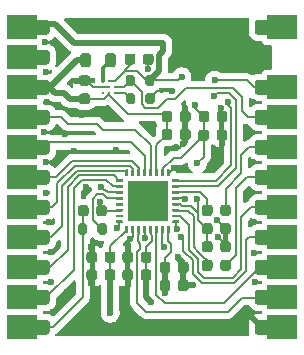
<source format=gtl>
G04 #@! TF.GenerationSoftware,KiCad,Pcbnew,9.0.1+1*
G04 #@! TF.CreationDate,2025-11-12T15:34:33+00:00*
G04 #@! TF.ProjectId,audio-codec,61756469-6f2d-4636-9f64-65632e6b6963,rev?*
G04 #@! TF.SameCoordinates,Original*
G04 #@! TF.FileFunction,Copper,L1,Top*
G04 #@! TF.FilePolarity,Positive*
%FSLAX46Y46*%
G04 Gerber Fmt 4.6, Leading zero omitted, Abs format (unit mm)*
G04 Created by KiCad (PCBNEW 9.0.1+1) date 2025-11-12 15:34:33*
%MOMM*%
%LPD*%
G01*
G04 APERTURE LIST*
G04 #@! TA.AperFunction,SMDPad,CuDef*
%ADD10C,0.260000*%
G04 #@! TD*
G04 #@! TA.AperFunction,SMDPad,CuDef*
%ADD11R,3.450000X3.450000*%
G04 #@! TD*
G04 #@! TA.AperFunction,ComponentPad*
%ADD12C,0.400000*%
G04 #@! TD*
G04 #@! TA.AperFunction,CastellatedPad*
%ADD13R,2.540000X2.000000*%
G04 #@! TD*
G04 #@! TA.AperFunction,ViaPad*
%ADD14C,0.600000*%
G04 #@! TD*
G04 #@! TA.AperFunction,Conductor*
%ADD15C,0.500000*%
G04 #@! TD*
G04 #@! TA.AperFunction,Conductor*
%ADD16C,0.200000*%
G04 #@! TD*
G04 #@! TA.AperFunction,Conductor*
%ADD17C,0.300000*%
G04 #@! TD*
G04 APERTURE END LIST*
G04 #@! TA.AperFunction,SMDPad,CuDef*
G36*
G01*
X87903570Y-70264241D02*
X87903570Y-69764241D01*
G75*
G02*
X88128570Y-69539241I225000J0D01*
G01*
X88578570Y-69539241D01*
G75*
G02*
X88803570Y-69764241I0J-225000D01*
G01*
X88803570Y-70264241D01*
G75*
G02*
X88578570Y-70489241I-225000J0D01*
G01*
X88128570Y-70489241D01*
G75*
G02*
X87903570Y-70264241I0J225000D01*
G01*
G37*
G04 #@! TD.AperFunction*
G04 #@! TA.AperFunction,SMDPad,CuDef*
G36*
G01*
X89453570Y-70264241D02*
X89453570Y-69764241D01*
G75*
G02*
X89678570Y-69539241I225000J0D01*
G01*
X90128570Y-69539241D01*
G75*
G02*
X90353570Y-69764241I0J-225000D01*
G01*
X90353570Y-70264241D01*
G75*
G02*
X90128570Y-70489241I-225000J0D01*
G01*
X89678570Y-70489241D01*
G75*
G02*
X89453570Y-70264241I0J225000D01*
G01*
G37*
G04 #@! TD.AperFunction*
G04 #@! TA.AperFunction,SMDPad,CuDef*
G36*
G01*
X87903570Y-65614241D02*
X87903570Y-65114241D01*
G75*
G02*
X88128570Y-64889241I225000J0D01*
G01*
X88578570Y-64889241D01*
G75*
G02*
X88803570Y-65114241I0J-225000D01*
G01*
X88803570Y-65614241D01*
G75*
G02*
X88578570Y-65839241I-225000J0D01*
G01*
X88128570Y-65839241D01*
G75*
G02*
X87903570Y-65614241I0J225000D01*
G01*
G37*
G04 #@! TD.AperFunction*
G04 #@! TA.AperFunction,SMDPad,CuDef*
G36*
G01*
X89453570Y-65614241D02*
X89453570Y-65114241D01*
G75*
G02*
X89678570Y-64889241I225000J0D01*
G01*
X90128570Y-64889241D01*
G75*
G02*
X90353570Y-65114241I0J-225000D01*
G01*
X90353570Y-65614241D01*
G75*
G02*
X90128570Y-65839241I-225000J0D01*
G01*
X89678570Y-65839241D01*
G75*
G02*
X89453570Y-65614241I0J225000D01*
G01*
G37*
G04 #@! TD.AperFunction*
G04 #@! TA.AperFunction,SMDPad,CuDef*
G36*
G01*
X84493570Y-59189241D02*
X84493570Y-58689241D01*
G75*
G02*
X84718570Y-58464241I225000J0D01*
G01*
X85168570Y-58464241D01*
G75*
G02*
X85393570Y-58689241I0J-225000D01*
G01*
X85393570Y-59189241D01*
G75*
G02*
X85168570Y-59414241I-225000J0D01*
G01*
X84718570Y-59414241D01*
G75*
G02*
X84493570Y-59189241I0J225000D01*
G01*
G37*
G04 #@! TD.AperFunction*
G04 #@! TA.AperFunction,SMDPad,CuDef*
G36*
G01*
X86043570Y-59189241D02*
X86043570Y-58689241D01*
G75*
G02*
X86268570Y-58464241I225000J0D01*
G01*
X86718570Y-58464241D01*
G75*
G02*
X86943570Y-58689241I0J-225000D01*
G01*
X86943570Y-59189241D01*
G75*
G02*
X86718570Y-59414241I-225000J0D01*
G01*
X86268570Y-59414241D01*
G75*
G02*
X86043570Y-59189241I0J225000D01*
G01*
G37*
G04 #@! TD.AperFunction*
G04 #@! TA.AperFunction,SMDPad,CuDef*
G36*
G01*
X79853570Y-66664241D02*
X79853570Y-67214241D01*
G75*
G02*
X79653570Y-67414241I-200000J0D01*
G01*
X79253570Y-67414241D01*
G75*
G02*
X79053570Y-67214241I0J200000D01*
G01*
X79053570Y-66664241D01*
G75*
G02*
X79253570Y-66464241I200000J0D01*
G01*
X79653570Y-66464241D01*
G75*
G02*
X79853570Y-66664241I0J-200000D01*
G01*
G37*
G04 #@! TD.AperFunction*
G04 #@! TA.AperFunction,SMDPad,CuDef*
G36*
G01*
X78203570Y-66664241D02*
X78203570Y-67214241D01*
G75*
G02*
X78003570Y-67414241I-200000J0D01*
G01*
X77603570Y-67414241D01*
G75*
G02*
X77403570Y-67214241I0J200000D01*
G01*
X77403570Y-66664241D01*
G75*
G02*
X77603570Y-66464241I200000J0D01*
G01*
X78003570Y-66464241D01*
G75*
G02*
X78203570Y-66664241I0J-200000D01*
G01*
G37*
G04 #@! TD.AperFunction*
G04 #@! TA.AperFunction,SMDPad,CuDef*
G36*
G01*
X83811218Y-52314241D02*
X83811218Y-52814241D01*
G75*
G02*
X83586218Y-53039241I-225000J0D01*
G01*
X83136218Y-53039241D01*
G75*
G02*
X82911218Y-52814241I0J225000D01*
G01*
X82911218Y-52314241D01*
G75*
G02*
X83136218Y-52089241I225000J0D01*
G01*
X83586218Y-52089241D01*
G75*
G02*
X83811218Y-52314241I0J-225000D01*
G01*
G37*
G04 #@! TD.AperFunction*
G04 #@! TA.AperFunction,SMDPad,CuDef*
G36*
G01*
X82261218Y-52314241D02*
X82261218Y-52814241D01*
G75*
G02*
X82036218Y-53039241I-225000J0D01*
G01*
X81586218Y-53039241D01*
G75*
G02*
X81361218Y-52814241I0J225000D01*
G01*
X81361218Y-52314241D01*
G75*
G02*
X81586218Y-52089241I225000J0D01*
G01*
X82036218Y-52089241D01*
G75*
G02*
X82261218Y-52314241I0J-225000D01*
G01*
G37*
G04 #@! TD.AperFunction*
G04 #@! TA.AperFunction,SMDPad,CuDef*
G36*
G01*
X87903570Y-67164241D02*
X87903570Y-66664241D01*
G75*
G02*
X88128570Y-66439241I225000J0D01*
G01*
X88578570Y-66439241D01*
G75*
G02*
X88803570Y-66664241I0J-225000D01*
G01*
X88803570Y-67164241D01*
G75*
G02*
X88578570Y-67389241I-225000J0D01*
G01*
X88128570Y-67389241D01*
G75*
G02*
X87903570Y-67164241I0J225000D01*
G01*
G37*
G04 #@! TD.AperFunction*
G04 #@! TA.AperFunction,SMDPad,CuDef*
G36*
G01*
X89453570Y-67164241D02*
X89453570Y-66664241D01*
G75*
G02*
X89678570Y-66439241I225000J0D01*
G01*
X90128570Y-66439241D01*
G75*
G02*
X90353570Y-66664241I0J-225000D01*
G01*
X90353570Y-67164241D01*
G75*
G02*
X90128570Y-67389241I-225000J0D01*
G01*
X89678570Y-67389241D01*
G75*
G02*
X89453570Y-67164241I0J225000D01*
G01*
G37*
G04 #@! TD.AperFunction*
G04 #@! TA.AperFunction,SMDPad,CuDef*
G36*
G01*
X84493570Y-57664241D02*
X84493570Y-57164241D01*
G75*
G02*
X84718570Y-56939241I225000J0D01*
G01*
X85168570Y-56939241D01*
G75*
G02*
X85393570Y-57164241I0J-225000D01*
G01*
X85393570Y-57664241D01*
G75*
G02*
X85168570Y-57889241I-225000J0D01*
G01*
X84718570Y-57889241D01*
G75*
G02*
X84493570Y-57664241I0J225000D01*
G01*
G37*
G04 #@! TD.AperFunction*
G04 #@! TA.AperFunction,SMDPad,CuDef*
G36*
G01*
X86043570Y-57664241D02*
X86043570Y-57164241D01*
G75*
G02*
X86268570Y-56939241I225000J0D01*
G01*
X86718570Y-56939241D01*
G75*
G02*
X86943570Y-57164241I0J-225000D01*
G01*
X86943570Y-57664241D01*
G75*
G02*
X86718570Y-57889241I-225000J0D01*
G01*
X86268570Y-57889241D01*
G75*
G02*
X86043570Y-57664241I0J225000D01*
G01*
G37*
G04 #@! TD.AperFunction*
G04 #@! TA.AperFunction,SMDPad,CuDef*
G36*
G01*
X84328570Y-71964241D02*
X84328570Y-71464241D01*
G75*
G02*
X84553570Y-71239241I225000J0D01*
G01*
X85003570Y-71239241D01*
G75*
G02*
X85228570Y-71464241I0J-225000D01*
G01*
X85228570Y-71964241D01*
G75*
G02*
X85003570Y-72189241I-225000J0D01*
G01*
X84553570Y-72189241D01*
G75*
G02*
X84328570Y-71964241I0J225000D01*
G01*
G37*
G04 #@! TD.AperFunction*
G04 #@! TA.AperFunction,SMDPad,CuDef*
G36*
G01*
X85878570Y-71964241D02*
X85878570Y-71464241D01*
G75*
G02*
X86103570Y-71239241I225000J0D01*
G01*
X86553570Y-71239241D01*
G75*
G02*
X86778570Y-71464241I0J-225000D01*
G01*
X86778570Y-71964241D01*
G75*
G02*
X86553570Y-72189241I-225000J0D01*
G01*
X86103570Y-72189241D01*
G75*
G02*
X85878570Y-71964241I0J225000D01*
G01*
G37*
G04 #@! TD.AperFunction*
G04 #@! TA.AperFunction,SMDPad,CuDef*
G36*
G01*
X87903570Y-68689241D02*
X87903570Y-68189241D01*
G75*
G02*
X88128570Y-67964241I225000J0D01*
G01*
X88578570Y-67964241D01*
G75*
G02*
X88803570Y-68189241I0J-225000D01*
G01*
X88803570Y-68689241D01*
G75*
G02*
X88578570Y-68914241I-225000J0D01*
G01*
X88128570Y-68914241D01*
G75*
G02*
X87903570Y-68689241I0J225000D01*
G01*
G37*
G04 #@! TD.AperFunction*
G04 #@! TA.AperFunction,SMDPad,CuDef*
G36*
G01*
X89453570Y-68689241D02*
X89453570Y-68189241D01*
G75*
G02*
X89678570Y-67964241I225000J0D01*
G01*
X90128570Y-67964241D01*
G75*
G02*
X90353570Y-68189241I0J-225000D01*
G01*
X90353570Y-68689241D01*
G75*
G02*
X90128570Y-68914241I-225000J0D01*
G01*
X89678570Y-68914241D01*
G75*
G02*
X89453570Y-68689241I0J225000D01*
G01*
G37*
G04 #@! TD.AperFunction*
G04 #@! TA.AperFunction,SMDPad,CuDef*
G36*
G01*
X83886218Y-54089241D02*
X83886218Y-54639241D01*
G75*
G02*
X83686218Y-54839241I-200000J0D01*
G01*
X83286218Y-54839241D01*
G75*
G02*
X83086218Y-54639241I0J200000D01*
G01*
X83086218Y-54089241D01*
G75*
G02*
X83286218Y-53889241I200000J0D01*
G01*
X83686218Y-53889241D01*
G75*
G02*
X83886218Y-54089241I0J-200000D01*
G01*
G37*
G04 #@! TD.AperFunction*
G04 #@! TA.AperFunction,SMDPad,CuDef*
G36*
G01*
X82236218Y-54089241D02*
X82236218Y-54639241D01*
G75*
G02*
X82036218Y-54839241I-200000J0D01*
G01*
X81636218Y-54839241D01*
G75*
G02*
X81436218Y-54639241I0J200000D01*
G01*
X81436218Y-54089241D01*
G75*
G02*
X81636218Y-53889241I200000J0D01*
G01*
X82036218Y-53889241D01*
G75*
G02*
X82236218Y-54089241I0J-200000D01*
G01*
G37*
G04 #@! TD.AperFunction*
G04 #@! TA.AperFunction,SMDPad,CuDef*
G36*
G01*
X84328570Y-70439241D02*
X84328570Y-69939241D01*
G75*
G02*
X84553570Y-69714241I225000J0D01*
G01*
X85003570Y-69714241D01*
G75*
G02*
X85228570Y-69939241I0J-225000D01*
G01*
X85228570Y-70439241D01*
G75*
G02*
X85003570Y-70664241I-225000J0D01*
G01*
X84553570Y-70664241D01*
G75*
G02*
X84328570Y-70439241I0J225000D01*
G01*
G37*
G04 #@! TD.AperFunction*
G04 #@! TA.AperFunction,SMDPad,CuDef*
G36*
G01*
X85878570Y-70439241D02*
X85878570Y-69939241D01*
G75*
G02*
X86103570Y-69714241I225000J0D01*
G01*
X86553570Y-69714241D01*
G75*
G02*
X86778570Y-69939241I0J-225000D01*
G01*
X86778570Y-70439241D01*
G75*
G02*
X86553570Y-70664241I-225000J0D01*
G01*
X86103570Y-70664241D01*
G75*
G02*
X85878570Y-70439241I0J225000D01*
G01*
G37*
G04 #@! TD.AperFunction*
G04 #@! TA.AperFunction,SMDPad,CuDef*
G36*
G01*
X83628570Y-69079241D02*
X83628570Y-69579241D01*
G75*
G02*
X83403570Y-69804241I-225000J0D01*
G01*
X82953570Y-69804241D01*
G75*
G02*
X82728570Y-69579241I0J225000D01*
G01*
X82728570Y-69079241D01*
G75*
G02*
X82953570Y-68854241I225000J0D01*
G01*
X83403570Y-68854241D01*
G75*
G02*
X83628570Y-69079241I0J-225000D01*
G01*
G37*
G04 #@! TD.AperFunction*
G04 #@! TA.AperFunction,SMDPad,CuDef*
G36*
G01*
X82078570Y-69079241D02*
X82078570Y-69579241D01*
G75*
G02*
X81853570Y-69804241I-225000J0D01*
G01*
X81403570Y-69804241D01*
G75*
G02*
X81178570Y-69579241I0J225000D01*
G01*
X81178570Y-69079241D01*
G75*
G02*
X81403570Y-68854241I225000J0D01*
G01*
X81853570Y-68854241D01*
G75*
G02*
X82078570Y-69079241I0J-225000D01*
G01*
G37*
G04 #@! TD.AperFunction*
D10*
X79533570Y-54414241D03*
X80033570Y-54414241D03*
X80533570Y-54414241D03*
X79533570Y-54914241D03*
X80033570Y-54914241D03*
X80533570Y-54914241D03*
X79533570Y-55414241D03*
X80033570Y-55414241D03*
X80533570Y-55414241D03*
G04 #@! TA.AperFunction,SMDPad,CuDef*
G36*
G01*
X84959820Y-61889241D02*
X85147320Y-61889241D01*
G75*
G02*
X85178570Y-61920491I0J-31250D01*
G01*
X85178570Y-62457991D01*
G75*
G02*
X85147320Y-62489241I-31250J0D01*
G01*
X84959820Y-62489241D01*
G75*
G02*
X84928570Y-62457991I0J31250D01*
G01*
X84928570Y-61920491D01*
G75*
G02*
X84959820Y-61889241I31250J0D01*
G01*
G37*
G04 #@! TD.AperFunction*
G04 #@! TA.AperFunction,SMDPad,CuDef*
G36*
G01*
X84459820Y-61889241D02*
X84647320Y-61889241D01*
G75*
G02*
X84678570Y-61920491I0J-31250D01*
G01*
X84678570Y-62457991D01*
G75*
G02*
X84647320Y-62489241I-31250J0D01*
G01*
X84459820Y-62489241D01*
G75*
G02*
X84428570Y-62457991I0J31250D01*
G01*
X84428570Y-61920491D01*
G75*
G02*
X84459820Y-61889241I31250J0D01*
G01*
G37*
G04 #@! TD.AperFunction*
G04 #@! TA.AperFunction,SMDPad,CuDef*
G36*
G01*
X83959820Y-61889241D02*
X84147320Y-61889241D01*
G75*
G02*
X84178570Y-61920491I0J-31250D01*
G01*
X84178570Y-62457991D01*
G75*
G02*
X84147320Y-62489241I-31250J0D01*
G01*
X83959820Y-62489241D01*
G75*
G02*
X83928570Y-62457991I0J31250D01*
G01*
X83928570Y-61920491D01*
G75*
G02*
X83959820Y-61889241I31250J0D01*
G01*
G37*
G04 #@! TD.AperFunction*
G04 #@! TA.AperFunction,SMDPad,CuDef*
G36*
G01*
X83459820Y-61889241D02*
X83647320Y-61889241D01*
G75*
G02*
X83678570Y-61920491I0J-31250D01*
G01*
X83678570Y-62457991D01*
G75*
G02*
X83647320Y-62489241I-31250J0D01*
G01*
X83459820Y-62489241D01*
G75*
G02*
X83428570Y-62457991I0J31250D01*
G01*
X83428570Y-61920491D01*
G75*
G02*
X83459820Y-61889241I31250J0D01*
G01*
G37*
G04 #@! TD.AperFunction*
G04 #@! TA.AperFunction,SMDPad,CuDef*
G36*
G01*
X82959820Y-61889241D02*
X83147320Y-61889241D01*
G75*
G02*
X83178570Y-61920491I0J-31250D01*
G01*
X83178570Y-62457991D01*
G75*
G02*
X83147320Y-62489241I-31250J0D01*
G01*
X82959820Y-62489241D01*
G75*
G02*
X82928570Y-62457991I0J31250D01*
G01*
X82928570Y-61920491D01*
G75*
G02*
X82959820Y-61889241I31250J0D01*
G01*
G37*
G04 #@! TD.AperFunction*
G04 #@! TA.AperFunction,SMDPad,CuDef*
G36*
G01*
X82459820Y-61889241D02*
X82647320Y-61889241D01*
G75*
G02*
X82678570Y-61920491I0J-31250D01*
G01*
X82678570Y-62457991D01*
G75*
G02*
X82647320Y-62489241I-31250J0D01*
G01*
X82459820Y-62489241D01*
G75*
G02*
X82428570Y-62457991I0J31250D01*
G01*
X82428570Y-61920491D01*
G75*
G02*
X82459820Y-61889241I31250J0D01*
G01*
G37*
G04 #@! TD.AperFunction*
G04 #@! TA.AperFunction,SMDPad,CuDef*
G36*
G01*
X81959820Y-61889241D02*
X82147320Y-61889241D01*
G75*
G02*
X82178570Y-61920491I0J-31250D01*
G01*
X82178570Y-62457991D01*
G75*
G02*
X82147320Y-62489241I-31250J0D01*
G01*
X81959820Y-62489241D01*
G75*
G02*
X81928570Y-62457991I0J31250D01*
G01*
X81928570Y-61920491D01*
G75*
G02*
X81959820Y-61889241I31250J0D01*
G01*
G37*
G04 #@! TD.AperFunction*
G04 #@! TA.AperFunction,SMDPad,CuDef*
G36*
G01*
X81459820Y-61889241D02*
X81647320Y-61889241D01*
G75*
G02*
X81678570Y-61920491I0J-31250D01*
G01*
X81678570Y-62457991D01*
G75*
G02*
X81647320Y-62489241I-31250J0D01*
G01*
X81459820Y-62489241D01*
G75*
G02*
X81428570Y-62457991I0J31250D01*
G01*
X81428570Y-61920491D01*
G75*
G02*
X81459820Y-61889241I31250J0D01*
G01*
G37*
G04 #@! TD.AperFunction*
G04 #@! TA.AperFunction,SMDPad,CuDef*
G36*
G01*
X80634820Y-62714241D02*
X81172320Y-62714241D01*
G75*
G02*
X81203570Y-62745491I0J-31250D01*
G01*
X81203570Y-62932991D01*
G75*
G02*
X81172320Y-62964241I-31250J0D01*
G01*
X80634820Y-62964241D01*
G75*
G02*
X80603570Y-62932991I0J31250D01*
G01*
X80603570Y-62745491D01*
G75*
G02*
X80634820Y-62714241I31250J0D01*
G01*
G37*
G04 #@! TD.AperFunction*
G04 #@! TA.AperFunction,SMDPad,CuDef*
G36*
G01*
X80634820Y-63214241D02*
X81172320Y-63214241D01*
G75*
G02*
X81203570Y-63245491I0J-31250D01*
G01*
X81203570Y-63432991D01*
G75*
G02*
X81172320Y-63464241I-31250J0D01*
G01*
X80634820Y-63464241D01*
G75*
G02*
X80603570Y-63432991I0J31250D01*
G01*
X80603570Y-63245491D01*
G75*
G02*
X80634820Y-63214241I31250J0D01*
G01*
G37*
G04 #@! TD.AperFunction*
G04 #@! TA.AperFunction,SMDPad,CuDef*
G36*
G01*
X80634820Y-63714241D02*
X81172320Y-63714241D01*
G75*
G02*
X81203570Y-63745491I0J-31250D01*
G01*
X81203570Y-63932991D01*
G75*
G02*
X81172320Y-63964241I-31250J0D01*
G01*
X80634820Y-63964241D01*
G75*
G02*
X80603570Y-63932991I0J31250D01*
G01*
X80603570Y-63745491D01*
G75*
G02*
X80634820Y-63714241I31250J0D01*
G01*
G37*
G04 #@! TD.AperFunction*
G04 #@! TA.AperFunction,SMDPad,CuDef*
G36*
G01*
X80634820Y-64214241D02*
X81172320Y-64214241D01*
G75*
G02*
X81203570Y-64245491I0J-31250D01*
G01*
X81203570Y-64432991D01*
G75*
G02*
X81172320Y-64464241I-31250J0D01*
G01*
X80634820Y-64464241D01*
G75*
G02*
X80603570Y-64432991I0J31250D01*
G01*
X80603570Y-64245491D01*
G75*
G02*
X80634820Y-64214241I31250J0D01*
G01*
G37*
G04 #@! TD.AperFunction*
G04 #@! TA.AperFunction,SMDPad,CuDef*
G36*
G01*
X80634820Y-64714241D02*
X81172320Y-64714241D01*
G75*
G02*
X81203570Y-64745491I0J-31250D01*
G01*
X81203570Y-64932991D01*
G75*
G02*
X81172320Y-64964241I-31250J0D01*
G01*
X80634820Y-64964241D01*
G75*
G02*
X80603570Y-64932991I0J31250D01*
G01*
X80603570Y-64745491D01*
G75*
G02*
X80634820Y-64714241I31250J0D01*
G01*
G37*
G04 #@! TD.AperFunction*
G04 #@! TA.AperFunction,SMDPad,CuDef*
G36*
G01*
X80634820Y-65214241D02*
X81172320Y-65214241D01*
G75*
G02*
X81203570Y-65245491I0J-31250D01*
G01*
X81203570Y-65432991D01*
G75*
G02*
X81172320Y-65464241I-31250J0D01*
G01*
X80634820Y-65464241D01*
G75*
G02*
X80603570Y-65432991I0J31250D01*
G01*
X80603570Y-65245491D01*
G75*
G02*
X80634820Y-65214241I31250J0D01*
G01*
G37*
G04 #@! TD.AperFunction*
G04 #@! TA.AperFunction,SMDPad,CuDef*
G36*
G01*
X80634820Y-65714241D02*
X81172320Y-65714241D01*
G75*
G02*
X81203570Y-65745491I0J-31250D01*
G01*
X81203570Y-65932991D01*
G75*
G02*
X81172320Y-65964241I-31250J0D01*
G01*
X80634820Y-65964241D01*
G75*
G02*
X80603570Y-65932991I0J31250D01*
G01*
X80603570Y-65745491D01*
G75*
G02*
X80634820Y-65714241I31250J0D01*
G01*
G37*
G04 #@! TD.AperFunction*
G04 #@! TA.AperFunction,SMDPad,CuDef*
G36*
G01*
X80634820Y-66214241D02*
X81172320Y-66214241D01*
G75*
G02*
X81203570Y-66245491I0J-31250D01*
G01*
X81203570Y-66432991D01*
G75*
G02*
X81172320Y-66464241I-31250J0D01*
G01*
X80634820Y-66464241D01*
G75*
G02*
X80603570Y-66432991I0J31250D01*
G01*
X80603570Y-66245491D01*
G75*
G02*
X80634820Y-66214241I31250J0D01*
G01*
G37*
G04 #@! TD.AperFunction*
G04 #@! TA.AperFunction,SMDPad,CuDef*
G36*
G01*
X81459820Y-66689241D02*
X81647320Y-66689241D01*
G75*
G02*
X81678570Y-66720491I0J-31250D01*
G01*
X81678570Y-67257991D01*
G75*
G02*
X81647320Y-67289241I-31250J0D01*
G01*
X81459820Y-67289241D01*
G75*
G02*
X81428570Y-67257991I0J31250D01*
G01*
X81428570Y-66720491D01*
G75*
G02*
X81459820Y-66689241I31250J0D01*
G01*
G37*
G04 #@! TD.AperFunction*
G04 #@! TA.AperFunction,SMDPad,CuDef*
G36*
G01*
X81959820Y-66689241D02*
X82147320Y-66689241D01*
G75*
G02*
X82178570Y-66720491I0J-31250D01*
G01*
X82178570Y-67257991D01*
G75*
G02*
X82147320Y-67289241I-31250J0D01*
G01*
X81959820Y-67289241D01*
G75*
G02*
X81928570Y-67257991I0J31250D01*
G01*
X81928570Y-66720491D01*
G75*
G02*
X81959820Y-66689241I31250J0D01*
G01*
G37*
G04 #@! TD.AperFunction*
G04 #@! TA.AperFunction,SMDPad,CuDef*
G36*
G01*
X82459820Y-66689241D02*
X82647320Y-66689241D01*
G75*
G02*
X82678570Y-66720491I0J-31250D01*
G01*
X82678570Y-67257991D01*
G75*
G02*
X82647320Y-67289241I-31250J0D01*
G01*
X82459820Y-67289241D01*
G75*
G02*
X82428570Y-67257991I0J31250D01*
G01*
X82428570Y-66720491D01*
G75*
G02*
X82459820Y-66689241I31250J0D01*
G01*
G37*
G04 #@! TD.AperFunction*
G04 #@! TA.AperFunction,SMDPad,CuDef*
G36*
G01*
X82959820Y-66689241D02*
X83147320Y-66689241D01*
G75*
G02*
X83178570Y-66720491I0J-31250D01*
G01*
X83178570Y-67257991D01*
G75*
G02*
X83147320Y-67289241I-31250J0D01*
G01*
X82959820Y-67289241D01*
G75*
G02*
X82928570Y-67257991I0J31250D01*
G01*
X82928570Y-66720491D01*
G75*
G02*
X82959820Y-66689241I31250J0D01*
G01*
G37*
G04 #@! TD.AperFunction*
G04 #@! TA.AperFunction,SMDPad,CuDef*
G36*
G01*
X83459820Y-66689241D02*
X83647320Y-66689241D01*
G75*
G02*
X83678570Y-66720491I0J-31250D01*
G01*
X83678570Y-67257991D01*
G75*
G02*
X83647320Y-67289241I-31250J0D01*
G01*
X83459820Y-67289241D01*
G75*
G02*
X83428570Y-67257991I0J31250D01*
G01*
X83428570Y-66720491D01*
G75*
G02*
X83459820Y-66689241I31250J0D01*
G01*
G37*
G04 #@! TD.AperFunction*
G04 #@! TA.AperFunction,SMDPad,CuDef*
G36*
G01*
X83959820Y-66689241D02*
X84147320Y-66689241D01*
G75*
G02*
X84178570Y-66720491I0J-31250D01*
G01*
X84178570Y-67257991D01*
G75*
G02*
X84147320Y-67289241I-31250J0D01*
G01*
X83959820Y-67289241D01*
G75*
G02*
X83928570Y-67257991I0J31250D01*
G01*
X83928570Y-66720491D01*
G75*
G02*
X83959820Y-66689241I31250J0D01*
G01*
G37*
G04 #@! TD.AperFunction*
G04 #@! TA.AperFunction,SMDPad,CuDef*
G36*
G01*
X84459820Y-66689241D02*
X84647320Y-66689241D01*
G75*
G02*
X84678570Y-66720491I0J-31250D01*
G01*
X84678570Y-67257991D01*
G75*
G02*
X84647320Y-67289241I-31250J0D01*
G01*
X84459820Y-67289241D01*
G75*
G02*
X84428570Y-67257991I0J31250D01*
G01*
X84428570Y-66720491D01*
G75*
G02*
X84459820Y-66689241I31250J0D01*
G01*
G37*
G04 #@! TD.AperFunction*
G04 #@! TA.AperFunction,SMDPad,CuDef*
G36*
G01*
X84959820Y-66689241D02*
X85147320Y-66689241D01*
G75*
G02*
X85178570Y-66720491I0J-31250D01*
G01*
X85178570Y-67257991D01*
G75*
G02*
X85147320Y-67289241I-31250J0D01*
G01*
X84959820Y-67289241D01*
G75*
G02*
X84928570Y-67257991I0J31250D01*
G01*
X84928570Y-66720491D01*
G75*
G02*
X84959820Y-66689241I31250J0D01*
G01*
G37*
G04 #@! TD.AperFunction*
G04 #@! TA.AperFunction,SMDPad,CuDef*
G36*
G01*
X85434820Y-66214241D02*
X85972320Y-66214241D01*
G75*
G02*
X86003570Y-66245491I0J-31250D01*
G01*
X86003570Y-66432991D01*
G75*
G02*
X85972320Y-66464241I-31250J0D01*
G01*
X85434820Y-66464241D01*
G75*
G02*
X85403570Y-66432991I0J31250D01*
G01*
X85403570Y-66245491D01*
G75*
G02*
X85434820Y-66214241I31250J0D01*
G01*
G37*
G04 #@! TD.AperFunction*
G04 #@! TA.AperFunction,SMDPad,CuDef*
G36*
G01*
X85434820Y-65714241D02*
X85972320Y-65714241D01*
G75*
G02*
X86003570Y-65745491I0J-31250D01*
G01*
X86003570Y-65932991D01*
G75*
G02*
X85972320Y-65964241I-31250J0D01*
G01*
X85434820Y-65964241D01*
G75*
G02*
X85403570Y-65932991I0J31250D01*
G01*
X85403570Y-65745491D01*
G75*
G02*
X85434820Y-65714241I31250J0D01*
G01*
G37*
G04 #@! TD.AperFunction*
G04 #@! TA.AperFunction,SMDPad,CuDef*
G36*
G01*
X85434820Y-65214241D02*
X85972320Y-65214241D01*
G75*
G02*
X86003570Y-65245491I0J-31250D01*
G01*
X86003570Y-65432991D01*
G75*
G02*
X85972320Y-65464241I-31250J0D01*
G01*
X85434820Y-65464241D01*
G75*
G02*
X85403570Y-65432991I0J31250D01*
G01*
X85403570Y-65245491D01*
G75*
G02*
X85434820Y-65214241I31250J0D01*
G01*
G37*
G04 #@! TD.AperFunction*
G04 #@! TA.AperFunction,SMDPad,CuDef*
G36*
G01*
X85434820Y-64714241D02*
X85972320Y-64714241D01*
G75*
G02*
X86003570Y-64745491I0J-31250D01*
G01*
X86003570Y-64932991D01*
G75*
G02*
X85972320Y-64964241I-31250J0D01*
G01*
X85434820Y-64964241D01*
G75*
G02*
X85403570Y-64932991I0J31250D01*
G01*
X85403570Y-64745491D01*
G75*
G02*
X85434820Y-64714241I31250J0D01*
G01*
G37*
G04 #@! TD.AperFunction*
G04 #@! TA.AperFunction,SMDPad,CuDef*
G36*
G01*
X85434820Y-64214241D02*
X85972320Y-64214241D01*
G75*
G02*
X86003570Y-64245491I0J-31250D01*
G01*
X86003570Y-64432991D01*
G75*
G02*
X85972320Y-64464241I-31250J0D01*
G01*
X85434820Y-64464241D01*
G75*
G02*
X85403570Y-64432991I0J31250D01*
G01*
X85403570Y-64245491D01*
G75*
G02*
X85434820Y-64214241I31250J0D01*
G01*
G37*
G04 #@! TD.AperFunction*
G04 #@! TA.AperFunction,SMDPad,CuDef*
G36*
G01*
X85434820Y-63714241D02*
X85972320Y-63714241D01*
G75*
G02*
X86003570Y-63745491I0J-31250D01*
G01*
X86003570Y-63932991D01*
G75*
G02*
X85972320Y-63964241I-31250J0D01*
G01*
X85434820Y-63964241D01*
G75*
G02*
X85403570Y-63932991I0J31250D01*
G01*
X85403570Y-63745491D01*
G75*
G02*
X85434820Y-63714241I31250J0D01*
G01*
G37*
G04 #@! TD.AperFunction*
G04 #@! TA.AperFunction,SMDPad,CuDef*
G36*
G01*
X85434820Y-63214241D02*
X85972320Y-63214241D01*
G75*
G02*
X86003570Y-63245491I0J-31250D01*
G01*
X86003570Y-63432991D01*
G75*
G02*
X85972320Y-63464241I-31250J0D01*
G01*
X85434820Y-63464241D01*
G75*
G02*
X85403570Y-63432991I0J31250D01*
G01*
X85403570Y-63245491D01*
G75*
G02*
X85434820Y-63214241I31250J0D01*
G01*
G37*
G04 #@! TD.AperFunction*
G04 #@! TA.AperFunction,SMDPad,CuDef*
G36*
G01*
X85434820Y-62714241D02*
X85972320Y-62714241D01*
G75*
G02*
X86003570Y-62745491I0J-31250D01*
G01*
X86003570Y-62932991D01*
G75*
G02*
X85972320Y-62964241I-31250J0D01*
G01*
X85434820Y-62964241D01*
G75*
G02*
X85403570Y-62932991I0J31250D01*
G01*
X85403570Y-62745491D01*
G75*
G02*
X85434820Y-62714241I31250J0D01*
G01*
G37*
G04 #@! TD.AperFunction*
D11*
X83303570Y-64589241D03*
D12*
X83303570Y-64589241D03*
X84778570Y-64589241D03*
X83303570Y-63114241D03*
X81828570Y-64589241D03*
X83303570Y-66064241D03*
G04 #@! TA.AperFunction,SMDPad,CuDef*
G36*
G01*
X87618570Y-57664241D02*
X87618570Y-57164241D01*
G75*
G02*
X87843570Y-56939241I225000J0D01*
G01*
X88293570Y-56939241D01*
G75*
G02*
X88518570Y-57164241I0J-225000D01*
G01*
X88518570Y-57664241D01*
G75*
G02*
X88293570Y-57889241I-225000J0D01*
G01*
X87843570Y-57889241D01*
G75*
G02*
X87618570Y-57664241I0J225000D01*
G01*
G37*
G04 #@! TD.AperFunction*
G04 #@! TA.AperFunction,SMDPad,CuDef*
G36*
G01*
X89168570Y-57664241D02*
X89168570Y-57164241D01*
G75*
G02*
X89393570Y-56939241I225000J0D01*
G01*
X89843570Y-56939241D01*
G75*
G02*
X90068570Y-57164241I0J-225000D01*
G01*
X90068570Y-57664241D01*
G75*
G02*
X89843570Y-57889241I-225000J0D01*
G01*
X89393570Y-57889241D01*
G75*
G02*
X89168570Y-57664241I0J225000D01*
G01*
G37*
G04 #@! TD.AperFunction*
G04 #@! TA.AperFunction,SMDPad,CuDef*
G36*
G01*
X80578570Y-69079241D02*
X80578570Y-69579241D01*
G75*
G02*
X80353570Y-69804241I-225000J0D01*
G01*
X79903570Y-69804241D01*
G75*
G02*
X79678570Y-69579241I0J225000D01*
G01*
X79678570Y-69079241D01*
G75*
G02*
X79903570Y-68854241I225000J0D01*
G01*
X80353570Y-68854241D01*
G75*
G02*
X80578570Y-69079241I0J-225000D01*
G01*
G37*
G04 #@! TD.AperFunction*
G04 #@! TA.AperFunction,SMDPad,CuDef*
G36*
G01*
X79028570Y-69079241D02*
X79028570Y-69579241D01*
G75*
G02*
X78803570Y-69804241I-225000J0D01*
G01*
X78353570Y-69804241D01*
G75*
G02*
X78128570Y-69579241I0J225000D01*
G01*
X78128570Y-69079241D01*
G75*
G02*
X78353570Y-68854241I225000J0D01*
G01*
X78803570Y-68854241D01*
G75*
G02*
X79028570Y-69079241I0J-225000D01*
G01*
G37*
G04 #@! TD.AperFunction*
G04 #@! TA.AperFunction,SMDPad,CuDef*
G36*
G01*
X87593570Y-59239241D02*
X87593570Y-58739241D01*
G75*
G02*
X87818570Y-58514241I225000J0D01*
G01*
X88268570Y-58514241D01*
G75*
G02*
X88493570Y-58739241I0J-225000D01*
G01*
X88493570Y-59239241D01*
G75*
G02*
X88268570Y-59464241I-225000J0D01*
G01*
X87818570Y-59464241D01*
G75*
G02*
X87593570Y-59239241I0J225000D01*
G01*
G37*
G04 #@! TD.AperFunction*
G04 #@! TA.AperFunction,SMDPad,CuDef*
G36*
G01*
X89143570Y-59239241D02*
X89143570Y-58739241D01*
G75*
G02*
X89368570Y-58514241I225000J0D01*
G01*
X89818570Y-58514241D01*
G75*
G02*
X90043570Y-58739241I0J-225000D01*
G01*
X90043570Y-59239241D01*
G75*
G02*
X89818570Y-59464241I-225000J0D01*
G01*
X89368570Y-59464241D01*
G75*
G02*
X89143570Y-59239241I0J225000D01*
G01*
G37*
G04 #@! TD.AperFunction*
G04 #@! TA.AperFunction,SMDPad,CuDef*
G36*
G01*
X78218570Y-56364241D02*
X77718570Y-56364241D01*
G75*
G02*
X77493570Y-56139241I0J225000D01*
G01*
X77493570Y-55689241D01*
G75*
G02*
X77718570Y-55464241I225000J0D01*
G01*
X78218570Y-55464241D01*
G75*
G02*
X78443570Y-55689241I0J-225000D01*
G01*
X78443570Y-56139241D01*
G75*
G02*
X78218570Y-56364241I-225000J0D01*
G01*
G37*
G04 #@! TD.AperFunction*
G04 #@! TA.AperFunction,SMDPad,CuDef*
G36*
G01*
X78218570Y-54814241D02*
X77718570Y-54814241D01*
G75*
G02*
X77493570Y-54589241I0J225000D01*
G01*
X77493570Y-54139241D01*
G75*
G02*
X77718570Y-53914241I225000J0D01*
G01*
X78218570Y-53914241D01*
G75*
G02*
X78443570Y-54139241I0J-225000D01*
G01*
X78443570Y-54589241D01*
G75*
G02*
X78218570Y-54814241I-225000J0D01*
G01*
G37*
G04 #@! TD.AperFunction*
G04 #@! TA.AperFunction,SMDPad,CuDef*
G36*
G01*
X81461218Y-56164241D02*
X81461218Y-55614241D01*
G75*
G02*
X81661218Y-55414241I200000J0D01*
G01*
X82061218Y-55414241D01*
G75*
G02*
X82261218Y-55614241I0J-200000D01*
G01*
X82261218Y-56164241D01*
G75*
G02*
X82061218Y-56364241I-200000J0D01*
G01*
X81661218Y-56364241D01*
G75*
G02*
X81461218Y-56164241I0J200000D01*
G01*
G37*
G04 #@! TD.AperFunction*
G04 #@! TA.AperFunction,SMDPad,CuDef*
G36*
G01*
X83111218Y-56164241D02*
X83111218Y-55614241D01*
G75*
G02*
X83311218Y-55414241I200000J0D01*
G01*
X83711218Y-55414241D01*
G75*
G02*
X83911218Y-55614241I0J-200000D01*
G01*
X83911218Y-56164241D01*
G75*
G02*
X83711218Y-56364241I-200000J0D01*
G01*
X83311218Y-56364241D01*
G75*
G02*
X83111218Y-56164241I0J200000D01*
G01*
G37*
G04 #@! TD.AperFunction*
G04 #@! TA.AperFunction,SMDPad,CuDef*
G36*
G01*
X79853570Y-65139241D02*
X79853570Y-65639241D01*
G75*
G02*
X79628570Y-65864241I-225000J0D01*
G01*
X79178570Y-65864241D01*
G75*
G02*
X78953570Y-65639241I0J225000D01*
G01*
X78953570Y-65139241D01*
G75*
G02*
X79178570Y-64914241I225000J0D01*
G01*
X79628570Y-64914241D01*
G75*
G02*
X79853570Y-65139241I0J-225000D01*
G01*
G37*
G04 #@! TD.AperFunction*
G04 #@! TA.AperFunction,SMDPad,CuDef*
G36*
G01*
X78303570Y-65139241D02*
X78303570Y-65639241D01*
G75*
G02*
X78078570Y-65864241I-225000J0D01*
G01*
X77628570Y-65864241D01*
G75*
G02*
X77403570Y-65639241I0J225000D01*
G01*
X77403570Y-65139241D01*
G75*
G02*
X77628570Y-64914241I225000J0D01*
G01*
X78078570Y-64914241D01*
G75*
G02*
X78303570Y-65139241I0J-225000D01*
G01*
G37*
G04 #@! TD.AperFunction*
G04 #@! TA.AperFunction,SMDPad,CuDef*
G36*
G01*
X80578570Y-70589241D02*
X80578570Y-71089241D01*
G75*
G02*
X80353570Y-71314241I-225000J0D01*
G01*
X79903570Y-71314241D01*
G75*
G02*
X79678570Y-71089241I0J225000D01*
G01*
X79678570Y-70589241D01*
G75*
G02*
X79903570Y-70364241I225000J0D01*
G01*
X80353570Y-70364241D01*
G75*
G02*
X80578570Y-70589241I0J-225000D01*
G01*
G37*
G04 #@! TD.AperFunction*
G04 #@! TA.AperFunction,SMDPad,CuDef*
G36*
G01*
X79028570Y-70589241D02*
X79028570Y-71089241D01*
G75*
G02*
X78803570Y-71314241I-225000J0D01*
G01*
X78353570Y-71314241D01*
G75*
G02*
X78128570Y-71089241I0J225000D01*
G01*
X78128570Y-70589241D01*
G75*
G02*
X78353570Y-70364241I225000J0D01*
G01*
X78803570Y-70364241D01*
G75*
G02*
X79028570Y-70589241I0J-225000D01*
G01*
G37*
G04 #@! TD.AperFunction*
G04 #@! TA.AperFunction,SMDPad,CuDef*
G36*
G01*
X80611218Y-52257991D02*
X80611218Y-53020491D01*
G75*
G02*
X80392468Y-53239241I-218750J0D01*
G01*
X79954968Y-53239241D01*
G75*
G02*
X79736218Y-53020491I0J218750D01*
G01*
X79736218Y-52257991D01*
G75*
G02*
X79954968Y-52039241I218750J0D01*
G01*
X80392468Y-52039241D01*
G75*
G02*
X80611218Y-52257991I0J-218750D01*
G01*
G37*
G04 #@! TD.AperFunction*
G04 #@! TA.AperFunction,SMDPad,CuDef*
G36*
G01*
X78486218Y-52257991D02*
X78486218Y-53020491D01*
G75*
G02*
X78267468Y-53239241I-218750J0D01*
G01*
X77829968Y-53239241D01*
G75*
G02*
X77611218Y-53020491I0J218750D01*
G01*
X77611218Y-52257991D01*
G75*
G02*
X77829968Y-52039241I218750J0D01*
G01*
X78267468Y-52039241D01*
G75*
G02*
X78486218Y-52257991I0J-218750D01*
G01*
G37*
G04 #@! TD.AperFunction*
G04 #@! TA.AperFunction,SMDPad,CuDef*
G36*
G01*
X83628570Y-70589241D02*
X83628570Y-71089241D01*
G75*
G02*
X83403570Y-71314241I-225000J0D01*
G01*
X82953570Y-71314241D01*
G75*
G02*
X82728570Y-71089241I0J225000D01*
G01*
X82728570Y-70589241D01*
G75*
G02*
X82953570Y-70364241I225000J0D01*
G01*
X83403570Y-70364241D01*
G75*
G02*
X83628570Y-70589241I0J-225000D01*
G01*
G37*
G04 #@! TD.AperFunction*
G04 #@! TA.AperFunction,SMDPad,CuDef*
G36*
G01*
X82078570Y-70589241D02*
X82078570Y-71089241D01*
G75*
G02*
X81853570Y-71314241I-225000J0D01*
G01*
X81403570Y-71314241D01*
G75*
G02*
X81178570Y-71089241I0J225000D01*
G01*
X81178570Y-70589241D01*
G75*
G02*
X81403570Y-70364241I225000J0D01*
G01*
X81853570Y-70364241D01*
G75*
G02*
X82078570Y-70589241I0J-225000D01*
G01*
G37*
G04 #@! TD.AperFunction*
D13*
X94693570Y-49864241D03*
G04 #@! TA.AperFunction,ComponentPad*
G36*
G01*
X92368570Y-50239241D02*
X92368570Y-49489241D01*
G75*
G02*
X92618570Y-49239241I250000J0D01*
G01*
X93368570Y-49239241D01*
G75*
G02*
X93618570Y-49489241I0J-250000D01*
G01*
X93618570Y-50239241D01*
G75*
G02*
X93368570Y-50489241I-250000J0D01*
G01*
X92618570Y-50489241D01*
G75*
G02*
X92368570Y-50239241I0J250000D01*
G01*
G37*
G04 #@! TD.AperFunction*
X94693570Y-54944241D03*
G04 #@! TA.AperFunction,ComponentPad*
G36*
G01*
X92368570Y-55319241D02*
X92368570Y-54569241D01*
G75*
G02*
X92618570Y-54319241I250000J0D01*
G01*
X93368570Y-54319241D01*
G75*
G02*
X93618570Y-54569241I0J-250000D01*
G01*
X93618570Y-55319241D01*
G75*
G02*
X93368570Y-55569241I-250000J0D01*
G01*
X92618570Y-55569241D01*
G75*
G02*
X92368570Y-55319241I0J250000D01*
G01*
G37*
G04 #@! TD.AperFunction*
X94693570Y-57484241D03*
G04 #@! TA.AperFunction,ComponentPad*
G36*
G01*
X92368570Y-57859241D02*
X92368570Y-57109241D01*
G75*
G02*
X92618570Y-56859241I250000J0D01*
G01*
X93368570Y-56859241D01*
G75*
G02*
X93618570Y-57109241I0J-250000D01*
G01*
X93618570Y-57859241D01*
G75*
G02*
X93368570Y-58109241I-250000J0D01*
G01*
X92618570Y-58109241D01*
G75*
G02*
X92368570Y-57859241I0J250000D01*
G01*
G37*
G04 #@! TD.AperFunction*
X94693570Y-60024241D03*
G04 #@! TA.AperFunction,ComponentPad*
G36*
G01*
X92368570Y-60399241D02*
X92368570Y-59649241D01*
G75*
G02*
X92618570Y-59399241I250000J0D01*
G01*
X93368570Y-59399241D01*
G75*
G02*
X93618570Y-59649241I0J-250000D01*
G01*
X93618570Y-60399241D01*
G75*
G02*
X93368570Y-60649241I-250000J0D01*
G01*
X92618570Y-60649241D01*
G75*
G02*
X92368570Y-60399241I0J250000D01*
G01*
G37*
G04 #@! TD.AperFunction*
X94693570Y-62564241D03*
G04 #@! TA.AperFunction,ComponentPad*
G36*
G01*
X92368570Y-62939241D02*
X92368570Y-62189241D01*
G75*
G02*
X92618570Y-61939241I250000J0D01*
G01*
X93368570Y-61939241D01*
G75*
G02*
X93618570Y-62189241I0J-250000D01*
G01*
X93618570Y-62939241D01*
G75*
G02*
X93368570Y-63189241I-250000J0D01*
G01*
X92618570Y-63189241D01*
G75*
G02*
X92368570Y-62939241I0J250000D01*
G01*
G37*
G04 #@! TD.AperFunction*
X94693570Y-65104241D03*
G04 #@! TA.AperFunction,ComponentPad*
G36*
G01*
X92368570Y-65479241D02*
X92368570Y-64729241D01*
G75*
G02*
X92618570Y-64479241I250000J0D01*
G01*
X93368570Y-64479241D01*
G75*
G02*
X93618570Y-64729241I0J-250000D01*
G01*
X93618570Y-65479241D01*
G75*
G02*
X93368570Y-65729241I-250000J0D01*
G01*
X92618570Y-65729241D01*
G75*
G02*
X92368570Y-65479241I0J250000D01*
G01*
G37*
G04 #@! TD.AperFunction*
X94693570Y-67644241D03*
G04 #@! TA.AperFunction,ComponentPad*
G36*
G01*
X92368570Y-68019241D02*
X92368570Y-67269241D01*
G75*
G02*
X92618570Y-67019241I250000J0D01*
G01*
X93368570Y-67019241D01*
G75*
G02*
X93618570Y-67269241I0J-250000D01*
G01*
X93618570Y-68019241D01*
G75*
G02*
X93368570Y-68269241I-250000J0D01*
G01*
X92618570Y-68269241D01*
G75*
G02*
X92368570Y-68019241I0J250000D01*
G01*
G37*
G04 #@! TD.AperFunction*
X94693570Y-70184241D03*
G04 #@! TA.AperFunction,ComponentPad*
G36*
G01*
X92368570Y-70559241D02*
X92368570Y-69809241D01*
G75*
G02*
X92618570Y-69559241I250000J0D01*
G01*
X93368570Y-69559241D01*
G75*
G02*
X93618570Y-69809241I0J-250000D01*
G01*
X93618570Y-70559241D01*
G75*
G02*
X93368570Y-70809241I-250000J0D01*
G01*
X92618570Y-70809241D01*
G75*
G02*
X92368570Y-70559241I0J250000D01*
G01*
G37*
G04 #@! TD.AperFunction*
X94693570Y-72724241D03*
G04 #@! TA.AperFunction,ComponentPad*
G36*
G01*
X92368570Y-73099241D02*
X92368570Y-72349241D01*
G75*
G02*
X92618570Y-72099241I250000J0D01*
G01*
X93368570Y-72099241D01*
G75*
G02*
X93618570Y-72349241I0J-250000D01*
G01*
X93618570Y-73099241D01*
G75*
G02*
X93368570Y-73349241I-250000J0D01*
G01*
X92618570Y-73349241D01*
G75*
G02*
X92368570Y-73099241I0J250000D01*
G01*
G37*
G04 #@! TD.AperFunction*
X94693570Y-75264241D03*
G04 #@! TA.AperFunction,ComponentPad*
G36*
G01*
X92368570Y-75639241D02*
X92368570Y-74889241D01*
G75*
G02*
X92618570Y-74639241I250000J0D01*
G01*
X93368570Y-74639241D01*
G75*
G02*
X93618570Y-74889241I0J-250000D01*
G01*
X93618570Y-75639241D01*
G75*
G02*
X93368570Y-75889241I-250000J0D01*
G01*
X92618570Y-75889241D01*
G75*
G02*
X92368570Y-75639241I0J250000D01*
G01*
G37*
G04 #@! TD.AperFunction*
G04 #@! TA.AperFunction,ComponentPad*
G36*
G01*
X73768570Y-50239241D02*
X73768570Y-49489241D01*
G75*
G02*
X74018570Y-49239241I250000J0D01*
G01*
X74768570Y-49239241D01*
G75*
G02*
X75018570Y-49489241I0J-250000D01*
G01*
X75018570Y-50239241D01*
G75*
G02*
X74768570Y-50489241I-250000J0D01*
G01*
X74018570Y-50489241D01*
G75*
G02*
X73768570Y-50239241I0J250000D01*
G01*
G37*
G04 #@! TD.AperFunction*
X72693570Y-49864241D03*
G04 #@! TA.AperFunction,ComponentPad*
G36*
G01*
X73768570Y-52779241D02*
X73768570Y-52029241D01*
G75*
G02*
X74018570Y-51779241I250000J0D01*
G01*
X74768570Y-51779241D01*
G75*
G02*
X75018570Y-52029241I0J-250000D01*
G01*
X75018570Y-52779241D01*
G75*
G02*
X74768570Y-53029241I-250000J0D01*
G01*
X74018570Y-53029241D01*
G75*
G02*
X73768570Y-52779241I0J250000D01*
G01*
G37*
G04 #@! TD.AperFunction*
X72693570Y-52404241D03*
G04 #@! TA.AperFunction,ComponentPad*
G36*
G01*
X73768570Y-55319241D02*
X73768570Y-54569241D01*
G75*
G02*
X74018570Y-54319241I250000J0D01*
G01*
X74768570Y-54319241D01*
G75*
G02*
X75018570Y-54569241I0J-250000D01*
G01*
X75018570Y-55319241D01*
G75*
G02*
X74768570Y-55569241I-250000J0D01*
G01*
X74018570Y-55569241D01*
G75*
G02*
X73768570Y-55319241I0J250000D01*
G01*
G37*
G04 #@! TD.AperFunction*
X72693570Y-54944241D03*
G04 #@! TA.AperFunction,ComponentPad*
G36*
G01*
X73768570Y-57859241D02*
X73768570Y-57109241D01*
G75*
G02*
X74018570Y-56859241I250000J0D01*
G01*
X74768570Y-56859241D01*
G75*
G02*
X75018570Y-57109241I0J-250000D01*
G01*
X75018570Y-57859241D01*
G75*
G02*
X74768570Y-58109241I-250000J0D01*
G01*
X74018570Y-58109241D01*
G75*
G02*
X73768570Y-57859241I0J250000D01*
G01*
G37*
G04 #@! TD.AperFunction*
X72693570Y-57484241D03*
G04 #@! TA.AperFunction,ComponentPad*
G36*
G01*
X73768570Y-60399241D02*
X73768570Y-59649241D01*
G75*
G02*
X74018570Y-59399241I250000J0D01*
G01*
X74768570Y-59399241D01*
G75*
G02*
X75018570Y-59649241I0J-250000D01*
G01*
X75018570Y-60399241D01*
G75*
G02*
X74768570Y-60649241I-250000J0D01*
G01*
X74018570Y-60649241D01*
G75*
G02*
X73768570Y-60399241I0J250000D01*
G01*
G37*
G04 #@! TD.AperFunction*
X72693570Y-60024241D03*
G04 #@! TA.AperFunction,ComponentPad*
G36*
G01*
X73768570Y-62939241D02*
X73768570Y-62189241D01*
G75*
G02*
X74018570Y-61939241I250000J0D01*
G01*
X74768570Y-61939241D01*
G75*
G02*
X75018570Y-62189241I0J-250000D01*
G01*
X75018570Y-62939241D01*
G75*
G02*
X74768570Y-63189241I-250000J0D01*
G01*
X74018570Y-63189241D01*
G75*
G02*
X73768570Y-62939241I0J250000D01*
G01*
G37*
G04 #@! TD.AperFunction*
X72693570Y-62564241D03*
G04 #@! TA.AperFunction,ComponentPad*
G36*
G01*
X73768570Y-65479241D02*
X73768570Y-64729241D01*
G75*
G02*
X74018570Y-64479241I250000J0D01*
G01*
X74768570Y-64479241D01*
G75*
G02*
X75018570Y-64729241I0J-250000D01*
G01*
X75018570Y-65479241D01*
G75*
G02*
X74768570Y-65729241I-250000J0D01*
G01*
X74018570Y-65729241D01*
G75*
G02*
X73768570Y-65479241I0J250000D01*
G01*
G37*
G04 #@! TD.AperFunction*
X72693570Y-65104241D03*
G04 #@! TA.AperFunction,ComponentPad*
G36*
G01*
X73768570Y-68019241D02*
X73768570Y-67269241D01*
G75*
G02*
X74018570Y-67019241I250000J0D01*
G01*
X74768570Y-67019241D01*
G75*
G02*
X75018570Y-67269241I0J-250000D01*
G01*
X75018570Y-68019241D01*
G75*
G02*
X74768570Y-68269241I-250000J0D01*
G01*
X74018570Y-68269241D01*
G75*
G02*
X73768570Y-68019241I0J250000D01*
G01*
G37*
G04 #@! TD.AperFunction*
X72693570Y-67644241D03*
G04 #@! TA.AperFunction,ComponentPad*
G36*
G01*
X73768570Y-70559241D02*
X73768570Y-69809241D01*
G75*
G02*
X74018570Y-69559241I250000J0D01*
G01*
X74768570Y-69559241D01*
G75*
G02*
X75018570Y-69809241I0J-250000D01*
G01*
X75018570Y-70559241D01*
G75*
G02*
X74768570Y-70809241I-250000J0D01*
G01*
X74018570Y-70809241D01*
G75*
G02*
X73768570Y-70559241I0J250000D01*
G01*
G37*
G04 #@! TD.AperFunction*
X72693570Y-70184241D03*
G04 #@! TA.AperFunction,ComponentPad*
G36*
G01*
X73768570Y-73099241D02*
X73768570Y-72349241D01*
G75*
G02*
X74018570Y-72099241I250000J0D01*
G01*
X74768570Y-72099241D01*
G75*
G02*
X75018570Y-72349241I0J-250000D01*
G01*
X75018570Y-73099241D01*
G75*
G02*
X74768570Y-73349241I-250000J0D01*
G01*
X74018570Y-73349241D01*
G75*
G02*
X73768570Y-73099241I0J250000D01*
G01*
G37*
G04 #@! TD.AperFunction*
X72693570Y-72724241D03*
G04 #@! TA.AperFunction,ComponentPad*
G36*
G01*
X73768570Y-75639241D02*
X73768570Y-74889241D01*
G75*
G02*
X74018570Y-74639241I250000J0D01*
G01*
X74768570Y-74639241D01*
G75*
G02*
X75018570Y-74889241I0J-250000D01*
G01*
X75018570Y-75639241D01*
G75*
G02*
X74768570Y-75889241I-250000J0D01*
G01*
X74018570Y-75889241D01*
G75*
G02*
X73768570Y-75639241I0J250000D01*
G01*
G37*
G04 #@! TD.AperFunction*
X72693570Y-75264241D03*
D14*
X87318570Y-56424241D03*
X87503570Y-64389241D03*
X87528570Y-61364241D03*
X86193570Y-54039241D03*
X79392813Y-63414241D03*
X79278528Y-64637812D03*
X86293570Y-59734241D03*
X80623570Y-60254241D03*
X89173570Y-66164241D03*
X74563570Y-58744241D03*
X80678570Y-66839241D03*
X92413570Y-71444241D03*
X86483570Y-56704241D03*
X77743570Y-57244241D03*
X91693570Y-63854241D03*
X88943570Y-51724241D03*
X83335496Y-53389241D03*
X78083570Y-63404241D03*
X76313570Y-58854241D03*
X91693570Y-53454241D03*
X76493570Y-72304241D03*
X83053570Y-67739241D03*
X74703570Y-53664241D03*
X86303570Y-52064241D03*
X88733570Y-75464241D03*
X92253570Y-61254241D03*
X74703570Y-61274241D03*
X77313570Y-54444241D03*
X86478570Y-64389241D03*
X81623570Y-68564241D03*
X81843570Y-67794241D03*
X78543570Y-68484241D03*
X75313570Y-73934241D03*
X75113570Y-68854241D03*
X87623570Y-53034241D03*
X85393570Y-55264241D03*
X77103570Y-60374241D03*
X74803570Y-56224241D03*
X85753570Y-66939241D03*
X85843570Y-69274241D03*
X85513570Y-61804241D03*
X88993570Y-50664241D03*
X75103570Y-71424241D03*
X89493570Y-56734241D03*
X81673570Y-71664241D03*
X89228570Y-67614241D03*
X74683570Y-63874241D03*
X74993570Y-66354241D03*
X92353570Y-68944241D03*
X91693570Y-51724241D03*
X90073570Y-75464241D03*
X74633570Y-51134241D03*
X89573570Y-59714241D03*
X91823570Y-74094241D03*
X91693570Y-58804241D03*
X83593570Y-58374241D03*
X92253570Y-56184241D03*
X87113570Y-71714241D03*
X92333570Y-66304241D03*
X78553570Y-71544241D03*
X83628570Y-73154241D03*
X84783570Y-72384241D03*
X80128570Y-74064241D03*
X88903570Y-55654241D03*
X88973570Y-54354241D03*
X84670677Y-68447134D03*
X86128570Y-67645907D03*
X90123570Y-56224241D03*
D15*
X84618570Y-51164241D02*
X77068570Y-51164241D01*
D16*
X86128570Y-60904241D02*
X88043570Y-58989241D01*
X87003570Y-64989241D02*
X86230041Y-64989241D01*
X81361218Y-53589241D02*
X80536218Y-54414241D01*
X87318570Y-56664241D02*
X88068570Y-57414241D01*
X87528570Y-65514241D02*
X87003570Y-64989241D01*
X87593570Y-64479241D02*
X87503570Y-64389241D01*
X86080041Y-64839241D02*
X85703570Y-64839241D01*
X85506746Y-60904241D02*
X86128570Y-60904241D01*
X87528570Y-65514241D02*
X87593570Y-65449241D01*
X86230041Y-64989241D02*
X86080041Y-64839241D01*
X87603570Y-65589241D02*
X87528570Y-65514241D01*
D15*
X83486218Y-54364241D02*
X84261218Y-53589241D01*
D16*
X86193570Y-54039241D02*
X85868570Y-54364241D01*
X81811218Y-53039241D02*
X81811218Y-52564241D01*
X88353570Y-66914241D02*
X88353570Y-68439241D01*
X87528570Y-61364241D02*
X88043570Y-60849241D01*
X88043570Y-58989241D02*
X88043570Y-57439241D01*
X81361218Y-53489241D02*
X81811218Y-53039241D01*
X88043570Y-57439241D02*
X88068570Y-57414241D01*
X82411218Y-53589241D02*
X81361218Y-53589241D01*
D15*
X77068570Y-51164241D02*
X75468570Y-49564241D01*
D16*
X83486218Y-54364241D02*
X83186218Y-54364241D01*
X88353570Y-66914241D02*
X87603570Y-66164241D01*
X85868570Y-54364241D02*
X83486218Y-54364241D01*
X81361218Y-53589241D02*
X81361218Y-53489241D01*
D15*
X84261218Y-53589241D02*
X84261218Y-52193775D01*
D16*
X88043570Y-60849241D02*
X88043570Y-58989241D01*
D15*
X84618570Y-51836423D02*
X84618570Y-51164241D01*
D16*
X80536218Y-54414241D02*
X80036218Y-54414241D01*
X87603570Y-66164241D02*
X87603570Y-65589241D01*
X83186218Y-54364241D02*
X82411218Y-53589241D01*
D15*
X84261218Y-52193775D02*
X84618570Y-51836423D01*
X75468570Y-49564241D02*
X73698570Y-49564241D01*
D16*
X87593570Y-65449241D02*
X87593570Y-64479241D01*
X84553570Y-62189241D02*
X84553570Y-61857417D01*
X84553570Y-61857417D02*
X85506746Y-60904241D01*
X87318570Y-56424241D02*
X87318570Y-56664241D01*
X79278528Y-65264199D02*
X79403570Y-65389241D01*
X79278528Y-64637812D02*
X79278528Y-65264199D01*
X79392813Y-63414241D02*
X79592813Y-63614241D01*
X79592813Y-63614241D02*
X79720559Y-63614241D01*
X79720559Y-63614241D02*
X79945559Y-63839241D01*
X79403570Y-65389241D02*
X80853570Y-65389241D01*
X80853570Y-65389241D02*
X80903570Y-65339241D01*
X79945559Y-63839241D02*
X80903570Y-63839241D01*
D15*
X78578570Y-69329241D02*
X78578570Y-68519241D01*
D16*
X78661218Y-54914241D02*
X78111218Y-54364241D01*
D15*
X81628570Y-69329241D02*
X81623570Y-69324241D01*
X91693570Y-51724241D02*
X88943570Y-51724241D01*
D16*
X89618570Y-57109241D02*
X89618570Y-57414241D01*
X85703570Y-66339241D02*
X85703570Y-66889241D01*
D15*
X87633570Y-53034241D02*
X88943570Y-51724241D01*
D16*
X80903570Y-66339241D02*
X80903570Y-66614241D01*
X83053570Y-66989241D02*
X83078570Y-66989241D01*
X86493570Y-56714241D02*
X86493570Y-57414241D01*
X80903570Y-66614241D02*
X80678570Y-66839241D01*
X89903570Y-68439241D02*
X89903570Y-68289241D01*
X89903570Y-68289241D02*
X89228570Y-67614241D01*
D15*
X86328570Y-69839241D02*
X86328570Y-70189241D01*
D16*
X86483570Y-56704241D02*
X86493570Y-56714241D01*
X85703570Y-64339241D02*
X86428570Y-64339241D01*
D15*
X78578570Y-68519241D02*
X78543570Y-68484241D01*
D16*
X80036218Y-54914241D02*
X79536218Y-54914241D01*
D15*
X87113570Y-71714241D02*
X86328570Y-71714241D01*
D16*
X84136218Y-55264241D02*
X83511218Y-55889241D01*
X83078570Y-66989241D02*
X83103570Y-67014241D01*
X83053570Y-67064241D02*
X83053570Y-67739241D01*
X89903570Y-68439241D02*
X89903570Y-66914241D01*
X85703570Y-66889241D02*
X85753570Y-66939241D01*
D15*
X87623570Y-53034241D02*
X87633570Y-53034241D01*
D16*
X83335496Y-53389241D02*
X83361218Y-53363519D01*
X94018570Y-74964241D02*
X92868570Y-74964241D01*
X89173570Y-66184241D02*
X89173570Y-66164241D01*
D15*
X81628570Y-71619241D02*
X81673570Y-71664241D01*
D16*
X89593570Y-57439241D02*
X89618570Y-57414241D01*
D15*
X85843570Y-69274241D02*
X85843570Y-69354241D01*
D16*
X77543570Y-54364241D02*
X78111218Y-54364241D01*
D15*
X78578570Y-71519241D02*
X78553570Y-71544241D01*
D16*
X89493570Y-56734241D02*
X89493570Y-56984241D01*
X94018570Y-74964241D02*
X93868570Y-75114241D01*
X79536218Y-54914241D02*
X78661218Y-54914241D01*
X85393570Y-55264241D02*
X84136218Y-55264241D01*
X81843570Y-67794241D02*
X82053570Y-67584241D01*
X89493570Y-56984241D02*
X89618570Y-57109241D01*
X86428570Y-64339241D02*
X86478570Y-64389241D01*
X85128570Y-62189241D02*
X85053570Y-62189241D01*
D15*
X89593570Y-58989241D02*
X89593570Y-59694241D01*
X81628570Y-70839241D02*
X81628570Y-71619241D01*
X89593570Y-59694241D02*
X89573570Y-59714241D01*
X78578570Y-70839241D02*
X78578570Y-71519241D01*
X85843570Y-69354241D02*
X86328570Y-69839241D01*
X86493570Y-58939241D02*
X86493570Y-59534241D01*
X81623570Y-69324241D02*
X81623570Y-68564241D01*
D16*
X82053570Y-67584241D02*
X82053570Y-66989241D01*
X85513570Y-61804241D02*
X85128570Y-62189241D01*
X83103570Y-67014241D02*
X83053570Y-67064241D01*
X89903570Y-66914241D02*
X89173570Y-66184241D01*
D15*
X86493570Y-59534241D02*
X86293570Y-59734241D01*
D16*
X83361218Y-53363519D02*
X83361218Y-52564241D01*
X84778570Y-70189241D02*
X84778570Y-70039241D01*
D15*
X83183570Y-72709241D02*
X83183570Y-70844241D01*
D16*
X84783570Y-72384241D02*
X84783570Y-71889241D01*
X84778570Y-69359241D02*
X85283570Y-68854241D01*
X84778570Y-71714241D02*
X84778570Y-70189241D01*
X81553570Y-66989241D02*
X80128570Y-68414241D01*
D15*
X83183570Y-70844241D02*
X83178570Y-70839241D01*
D16*
X80128570Y-69329241D02*
X80128570Y-70839241D01*
X80128570Y-68414241D02*
X80128570Y-69329241D01*
X84778570Y-70039241D02*
X84778570Y-69359241D01*
X83553570Y-66989241D02*
X83553570Y-67390712D01*
X85053570Y-67981498D02*
X85053570Y-66989241D01*
X83553570Y-67390712D02*
X83653570Y-67490712D01*
X85283570Y-68854241D02*
X85283570Y-68211498D01*
X83653570Y-67987770D02*
X83178570Y-68462770D01*
X93268570Y-49564241D02*
X94018570Y-49564241D01*
X84783570Y-71889241D02*
X84778570Y-71884241D01*
D15*
X80128570Y-74064241D02*
X80128570Y-70839241D01*
X83628570Y-73154241D02*
X83183570Y-72709241D01*
D16*
X85283570Y-68211498D02*
X85053570Y-67981498D01*
D15*
X84778570Y-71884241D02*
X84778570Y-70039241D01*
D16*
X83178570Y-68462770D02*
X83178570Y-69329241D01*
X83178570Y-69329241D02*
X83178570Y-70839241D01*
X83653570Y-67490712D02*
X83653570Y-67987770D01*
X89753570Y-73234241D02*
X84763570Y-73234241D01*
X92803570Y-70184241D02*
X89753570Y-73234241D01*
X84028570Y-68178455D02*
X84053570Y-68153455D01*
X84053570Y-68153455D02*
X84053570Y-66989241D01*
X84763570Y-73234241D02*
X84028570Y-72499241D01*
X84028570Y-72499241D02*
X84028570Y-68178455D01*
X92993570Y-70184241D02*
X92803570Y-70184241D01*
X85753570Y-63789241D02*
X87778570Y-63789241D01*
X87778570Y-63789241D02*
X88353570Y-64364241D01*
X85703570Y-63839241D02*
X85753570Y-63789241D01*
X88353570Y-64364241D02*
X88353570Y-65364241D01*
X81553570Y-62189241D02*
X81353570Y-61989241D01*
X76068570Y-66689241D02*
X75113570Y-67644241D01*
X76068570Y-63269241D02*
X76068570Y-66689241D01*
X81353570Y-61989241D02*
X77348570Y-61989241D01*
X77348570Y-61989241D02*
X76068570Y-63269241D01*
X75113570Y-67644241D02*
X74393570Y-67644241D01*
X76013570Y-57484241D02*
X74393570Y-57484241D01*
X79003570Y-58014241D02*
X76543570Y-58014241D01*
X83553570Y-62189241D02*
X83553570Y-59794241D01*
X76543570Y-58014241D02*
X76013570Y-57484241D01*
X79503570Y-58514241D02*
X79003570Y-58014241D01*
X82273570Y-58514241D02*
X79503570Y-58514241D01*
X83553570Y-59794241D02*
X82273570Y-58514241D01*
X90793570Y-56034241D02*
X90793570Y-61799241D01*
X88973570Y-55584241D02*
X89033570Y-55584241D01*
X90213570Y-55454241D02*
X90793570Y-56034241D01*
X91733570Y-54364241D02*
X92313570Y-54944241D01*
X92313570Y-54944241D02*
X92993570Y-54944241D01*
X88903570Y-55654241D02*
X88973570Y-55584241D01*
X89033570Y-55584241D02*
X89163570Y-55454241D01*
X90793570Y-61799241D02*
X89253570Y-63339241D01*
X88973570Y-54354241D02*
X88983570Y-54364241D01*
X89163570Y-55454241D02*
X90213570Y-55454241D01*
X89253570Y-63339241D02*
X85703570Y-63339241D01*
X88983570Y-54364241D02*
X91733570Y-54364241D01*
X79879874Y-64339241D02*
X79554874Y-64014241D01*
X80903570Y-64339241D02*
X79879874Y-64339241D01*
X78653570Y-66139241D02*
X79453570Y-66939241D01*
X79053570Y-64014241D02*
X78653570Y-64414241D01*
X78653570Y-64414241D02*
X78653570Y-66139241D01*
X79554874Y-64014241D02*
X79053570Y-64014241D01*
X86035394Y-65839241D02*
X86793570Y-66597417D01*
X88063570Y-71074241D02*
X90503570Y-71074241D01*
X91243570Y-70334241D02*
X91243570Y-65934241D01*
X85703570Y-65839241D02*
X86035394Y-65839241D01*
X86793570Y-68679241D02*
X87568570Y-69454241D01*
X90503570Y-71074241D02*
X91243570Y-70334241D01*
X87568570Y-69454241D02*
X87568570Y-70579241D01*
X92073570Y-65104241D02*
X92993570Y-65104241D01*
X86793570Y-66597417D02*
X86793570Y-68679241D01*
X91243570Y-65934241D02*
X92073570Y-65104241D01*
X87568570Y-70579241D02*
X88063570Y-71074241D01*
D15*
X76268570Y-55444241D02*
X75493570Y-55444241D01*
X77308570Y-52639241D02*
X75003570Y-54944241D01*
X75003570Y-54944241D02*
X74393570Y-54944241D01*
D16*
X80036218Y-55414241D02*
X80036218Y-55598088D01*
X79644330Y-55914241D02*
X80036218Y-55522353D01*
X78111218Y-55914241D02*
X79644330Y-55914241D01*
D15*
X78111218Y-55914241D02*
X76738570Y-55914241D01*
D16*
X80036218Y-55522353D02*
X80036218Y-55414241D01*
X84053570Y-59829241D02*
X84943570Y-58939241D01*
D15*
X76738570Y-55914241D02*
X76268570Y-55444241D01*
D16*
X84893570Y-58939241D02*
X84868570Y-58914241D01*
D15*
X74993570Y-54944241D02*
X74393570Y-54944241D01*
X75493570Y-55444241D02*
X74993570Y-54944241D01*
D16*
X84053570Y-62189241D02*
X84053570Y-59829241D01*
X80036218Y-55598088D02*
X81622371Y-57184241D01*
X84568570Y-59214241D02*
X84868570Y-58914241D01*
X81622371Y-57184241D02*
X84713570Y-57184241D01*
X84943570Y-58939241D02*
X84943570Y-57414241D01*
D15*
X78048718Y-52639241D02*
X77308570Y-52639241D01*
D16*
X84713570Y-57184241D02*
X84943570Y-57414241D01*
X76908570Y-61189241D02*
X75533570Y-62564241D01*
X81951080Y-61189241D02*
X76908570Y-61189241D01*
X74393570Y-62564241D02*
X74268570Y-62564241D01*
X74268570Y-62564241D02*
X73968570Y-62264241D01*
X82553570Y-61791731D02*
X81951080Y-61189241D01*
X75533570Y-62564241D02*
X74393570Y-62564241D01*
X82553570Y-62189241D02*
X82553570Y-61791731D01*
X84670677Y-68447134D02*
X84553570Y-68330027D01*
X86128570Y-67645907D02*
X86328570Y-67845907D01*
X90623570Y-71544241D02*
X91673570Y-70494241D01*
X91673570Y-67844241D02*
X91873570Y-67644241D01*
X91873570Y-67644241D02*
X92993570Y-67644241D01*
X86328570Y-68779241D02*
X87153570Y-69604241D01*
X87153570Y-70754241D02*
X87943570Y-71544241D01*
X86328570Y-67845907D02*
X86328570Y-68779241D01*
X91673570Y-70494241D02*
X91673570Y-67844241D01*
X87153570Y-69604241D02*
X87153570Y-70754241D01*
X87943570Y-71544241D02*
X90623570Y-71544241D01*
X84553570Y-68330027D02*
X84553570Y-66989241D01*
X85703570Y-65339241D02*
X85753570Y-65389241D01*
X87193570Y-68489241D02*
X87603570Y-68899241D01*
X87603570Y-68912937D02*
X87904874Y-69214241D01*
X87193570Y-65829241D02*
X87193570Y-68489241D01*
X87918570Y-69214241D02*
X88378570Y-69674241D01*
X87904874Y-69214241D02*
X87918570Y-69214241D01*
X88378570Y-69674241D02*
X88378570Y-70014241D01*
X85753570Y-65389241D02*
X86753570Y-65389241D01*
X87603570Y-68899241D02*
X87603570Y-68912937D01*
X86753570Y-65389241D02*
X87193570Y-65829241D01*
X90383570Y-56734241D02*
X90383570Y-61554241D01*
X90301070Y-61639241D02*
X89101070Y-62839241D01*
X90123570Y-56224241D02*
X90123570Y-56474241D01*
X90123570Y-56474241D02*
X90383570Y-56734241D01*
X90293570Y-61639241D02*
X90301070Y-61639241D01*
X90298570Y-61639241D02*
X90293570Y-61639241D01*
X89101070Y-62839241D02*
X85703570Y-62839241D01*
X90383570Y-61554241D02*
X90298570Y-61639241D01*
X92993570Y-72724241D02*
X92953570Y-72764241D01*
X82428570Y-68855545D02*
X82678570Y-68605545D01*
X82678570Y-68605545D02*
X82678570Y-68212770D01*
X82453570Y-67987770D02*
X82453570Y-67421065D01*
X82553570Y-67321065D02*
X82553570Y-66989241D01*
X91263570Y-72764241D02*
X90093570Y-73934241D01*
X83163570Y-73934241D02*
X82428570Y-73199241D01*
X82428570Y-73199241D02*
X82428570Y-68855545D01*
X82678570Y-68212770D02*
X82453570Y-67987770D01*
X82453570Y-67421065D02*
X82553570Y-67321065D01*
X90093570Y-73934241D02*
X83163570Y-73934241D01*
X92953570Y-72764241D02*
X91263570Y-72764241D01*
X82053570Y-61857417D02*
X81785394Y-61589241D01*
X81785394Y-61589241D02*
X77118570Y-61589241D01*
X75643570Y-64644241D02*
X75183570Y-65104241D01*
X77118570Y-61589241D02*
X75643570Y-63064241D01*
X82053570Y-62189241D02*
X82053570Y-61857417D01*
X82053570Y-62189241D02*
X82053570Y-61939241D01*
X75643570Y-63064241D02*
X75643570Y-64644241D01*
X75183570Y-65104241D02*
X74393570Y-65104241D01*
X74723570Y-72724241D02*
X77073570Y-70374241D01*
X77073570Y-70374241D02*
X77073570Y-63456298D01*
X74393570Y-72724241D02*
X74723570Y-72724241D01*
X77073570Y-63456298D02*
X77740627Y-62789241D01*
X80368570Y-63339241D02*
X80903570Y-63339241D01*
X77740627Y-62789241D02*
X79818570Y-62789241D01*
X79818570Y-62789241D02*
X80368570Y-63339241D01*
X83053570Y-60764241D02*
X81903570Y-59614241D01*
X81903570Y-59614241D02*
X74838570Y-59614241D01*
X74838570Y-59614241D02*
X74428570Y-60024241D01*
X83053570Y-62189241D02*
X83053570Y-60764241D01*
X77528570Y-62389241D02*
X76536413Y-63381398D01*
X75083570Y-70184241D02*
X74393570Y-70184241D01*
X80453570Y-62389241D02*
X77528570Y-62389241D01*
X76536413Y-63381398D02*
X76536413Y-68731398D01*
X80903570Y-62839241D02*
X80453570Y-62389241D01*
X76536413Y-68731398D02*
X75083570Y-70184241D01*
X77803570Y-72734241D02*
X75273570Y-75264241D01*
X75273570Y-75264241D02*
X74393570Y-75264241D01*
X77803570Y-66939241D02*
X77803570Y-72734241D01*
X77853570Y-65389241D02*
X77853570Y-66889241D01*
X77853570Y-66889241D02*
X77803570Y-66939241D01*
X89928570Y-70014241D02*
X90823570Y-69119241D01*
X90823570Y-69119241D02*
X90823570Y-63454241D01*
X90823570Y-63454241D02*
X91713570Y-62564241D01*
X91713570Y-62564241D02*
X92993570Y-62564241D01*
X91223570Y-62194241D02*
X91223570Y-60709241D01*
X89903570Y-65364241D02*
X89903570Y-63514241D01*
X91908570Y-60024241D02*
X92993570Y-60024241D01*
X89903570Y-63514241D02*
X91223570Y-62194241D01*
X91223570Y-60709241D02*
X91908570Y-60024241D01*
X80536218Y-55414241D02*
X81386218Y-55414241D01*
X81386218Y-55414241D02*
X81861218Y-55889241D01*
X91273570Y-55764241D02*
X91273570Y-56944241D01*
X84934747Y-55914241D02*
X85645041Y-55914241D01*
X85645041Y-55914241D02*
X86565041Y-54994241D01*
X81836218Y-54364241D02*
X82811218Y-55339241D01*
X86565041Y-54994241D02*
X90503570Y-54994241D01*
X81286218Y-54914241D02*
X81836218Y-54364241D01*
X82811218Y-55339241D02*
X82811218Y-56376889D01*
X82811218Y-56376889D02*
X83098570Y-56664241D01*
X83098570Y-56664241D02*
X84184747Y-56664241D01*
X90503570Y-54994241D02*
X91273570Y-55764241D01*
X91813570Y-57484241D02*
X92993570Y-57484241D01*
X80536218Y-54914241D02*
X81286218Y-54914241D01*
X91273570Y-56944241D02*
X91813570Y-57484241D01*
X84184747Y-56664241D02*
X84934747Y-55914241D01*
D17*
X79536218Y-53276741D02*
X80173718Y-52639241D01*
X79536218Y-54414241D02*
X79536218Y-53276741D01*
G04 #@! TA.AperFunction,Conductor*
G36*
X78671902Y-67639078D02*
G01*
X78716250Y-67667579D01*
X78818381Y-67769710D01*
X78818383Y-67769711D01*
X78818385Y-67769713D01*
X78963964Y-67857719D01*
X79126374Y-67908327D01*
X79196954Y-67914741D01*
X79196957Y-67914741D01*
X79508784Y-67914741D01*
X79514608Y-67916451D01*
X79520570Y-67915302D01*
X79547745Y-67926181D01*
X79575823Y-67934426D01*
X79579797Y-67939013D01*
X79585435Y-67941270D01*
X79602415Y-67965115D01*
X79621578Y-67987230D01*
X79622441Y-67993237D01*
X79625964Y-67998184D01*
X79627356Y-68027420D01*
X79631522Y-68056388D01*
X79629073Y-68063461D01*
X79629289Y-68067975D01*
X79616171Y-68100741D01*
X79598760Y-68130898D01*
X79568993Y-68182456D01*
X79528069Y-68335184D01*
X79528069Y-68335186D01*
X79528069Y-68389236D01*
X79526986Y-68392922D01*
X79527846Y-68396666D01*
X79517220Y-68426182D01*
X79508384Y-68456275D01*
X79505104Y-68459838D01*
X79504180Y-68462406D01*
X79494529Y-68471328D01*
X79479510Y-68487646D01*
X79474508Y-68491480D01*
X79450526Y-68506273D01*
X79435135Y-68521663D01*
X79428657Y-68526630D01*
X79403365Y-68536394D01*
X79379570Y-68549387D01*
X79371255Y-68548792D01*
X79363477Y-68551795D01*
X79336918Y-68546334D01*
X79309878Y-68544400D01*
X79301586Y-68539071D01*
X79295038Y-68537725D01*
X79286485Y-68529365D01*
X79265535Y-68515901D01*
X79256302Y-68506668D01*
X79256298Y-68506665D01*
X79112062Y-68417698D01*
X79112051Y-68417693D01*
X78951176Y-68364385D01*
X78851892Y-68354241D01*
X78828570Y-68354241D01*
X78828570Y-71814240D01*
X78851878Y-71814240D01*
X78851892Y-71814239D01*
X78951177Y-71804096D01*
X79112051Y-71750788D01*
X79112058Y-71750785D01*
X79188972Y-71703343D01*
X79256364Y-71684902D01*
X79323028Y-71705824D01*
X79367798Y-71759465D01*
X79378070Y-71808881D01*
X79378070Y-73759637D01*
X79368632Y-73807085D01*
X79358833Y-73830744D01*
X79358832Y-73830747D01*
X79358830Y-73830752D01*
X79328070Y-73985394D01*
X79328070Y-74143087D01*
X79358831Y-74297730D01*
X79358834Y-74297742D01*
X79419172Y-74443413D01*
X79419179Y-74443426D01*
X79506780Y-74574529D01*
X79506783Y-74574533D01*
X79618277Y-74686027D01*
X79618281Y-74686030D01*
X79749384Y-74773631D01*
X79749397Y-74773638D01*
X79895068Y-74833976D01*
X79895073Y-74833978D01*
X80049723Y-74864740D01*
X80049726Y-74864741D01*
X80049728Y-74864741D01*
X80207414Y-74864741D01*
X80207415Y-74864740D01*
X80362067Y-74833978D01*
X80507749Y-74773635D01*
X80638859Y-74686030D01*
X80750359Y-74574530D01*
X80837964Y-74443420D01*
X80898307Y-74297738D01*
X80929070Y-74143083D01*
X80929070Y-73985399D01*
X80929070Y-73985396D01*
X80929069Y-73985394D01*
X80898309Y-73830752D01*
X80898308Y-73830749D01*
X80898307Y-73830744D01*
X80888507Y-73807085D01*
X80879070Y-73759637D01*
X80879070Y-71839722D01*
X80898755Y-71772683D01*
X80951559Y-71726928D01*
X81020717Y-71716984D01*
X81068168Y-71734184D01*
X81095082Y-71750785D01*
X81095088Y-71750788D01*
X81255963Y-71804096D01*
X81355253Y-71814240D01*
X81378570Y-71814239D01*
X81378570Y-68354240D01*
X81355263Y-68354241D01*
X81355237Y-68354243D01*
X81348425Y-68354939D01*
X81279733Y-68342168D01*
X81228849Y-68294287D01*
X81211930Y-68226496D01*
X81234347Y-68160321D01*
X81248142Y-68143903D01*
X81565986Y-67826060D01*
X81590191Y-67812843D01*
X81612590Y-67796742D01*
X81622893Y-67794985D01*
X81627309Y-67792575D01*
X81647216Y-67789909D01*
X81650441Y-67789741D01*
X81688948Y-67789741D01*
X81718451Y-67786198D01*
X81722618Y-67785981D01*
X81752702Y-67793137D01*
X81783191Y-67798248D01*
X81786388Y-67801151D01*
X81790591Y-67802151D01*
X81812027Y-67824433D01*
X81834916Y-67845218D01*
X81836110Y-67849466D01*
X81839031Y-67852503D01*
X81843907Y-67877213D01*
X81853069Y-67909813D01*
X81853069Y-68066824D01*
X81853068Y-68066824D01*
X81893993Y-68219554D01*
X81897102Y-68227059D01*
X81893866Y-68228399D01*
X81906544Y-68280674D01*
X81883686Y-68346699D01*
X81878570Y-68352746D01*
X81878570Y-68575974D01*
X81870650Y-68615790D01*
X81871097Y-68615910D01*
X81869270Y-68622725D01*
X81869132Y-68623423D01*
X81868995Y-68623752D01*
X81868993Y-68623760D01*
X81828069Y-68776488D01*
X81828069Y-68776490D01*
X81828069Y-68944591D01*
X81828070Y-68944604D01*
X81828070Y-73112571D01*
X81828069Y-73112589D01*
X81828069Y-73278295D01*
X81828068Y-73278295D01*
X81868993Y-73431026D01*
X81897928Y-73481141D01*
X81897929Y-73481145D01*
X81897930Y-73481145D01*
X81948015Y-73567897D01*
X81948049Y-73567955D01*
X81948051Y-73567958D01*
X82066919Y-73686826D01*
X82066925Y-73686831D01*
X82678709Y-74298615D01*
X82678719Y-74298626D01*
X82683049Y-74302956D01*
X82683050Y-74302957D01*
X82794854Y-74414761D01*
X82855189Y-74449595D01*
X82931785Y-74493818D01*
X83084513Y-74534742D01*
X83084516Y-74534742D01*
X83250223Y-74534742D01*
X83250239Y-74534741D01*
X90006901Y-74534741D01*
X90006917Y-74534742D01*
X90014513Y-74534742D01*
X90172624Y-74534742D01*
X90172627Y-74534742D01*
X90325355Y-74493818D01*
X90401951Y-74449595D01*
X90462286Y-74414761D01*
X90574090Y-74302957D01*
X90574090Y-74302955D01*
X90584294Y-74292752D01*
X90584297Y-74292747D01*
X91475986Y-73401060D01*
X91537309Y-73367575D01*
X91563667Y-73364741D01*
X91831344Y-73364741D01*
X91898383Y-73384426D01*
X91936881Y-73423642D01*
X92025858Y-73567897D01*
X92149914Y-73691953D01*
X92299236Y-73784055D01*
X92465773Y-73839240D01*
X92568561Y-73849741D01*
X92850103Y-73849740D01*
X92871349Y-73855978D01*
X92893436Y-73857558D01*
X92904217Y-73865629D01*
X92917142Y-73869424D01*
X92931644Y-73886160D01*
X92949369Y-73899429D01*
X92959981Y-73918863D01*
X92962897Y-73922228D01*
X92966284Y-73930405D01*
X92974197Y-73951620D01*
X92979182Y-74021312D01*
X92974196Y-74038292D01*
X92966629Y-74058578D01*
X92924756Y-74114510D01*
X92859291Y-74138925D01*
X92850449Y-74139241D01*
X92568599Y-74139241D01*
X92568582Y-74139242D01*
X92465872Y-74149735D01*
X92299448Y-74204883D01*
X92299443Y-74204885D01*
X92292221Y-74209339D01*
X92292220Y-74209340D01*
X92972121Y-74889241D01*
X92944200Y-74889241D01*
X92848825Y-74914797D01*
X92763315Y-74964166D01*
X92693495Y-75033986D01*
X92644126Y-75119496D01*
X92618570Y-75214871D01*
X92618570Y-75242792D01*
X91938669Y-74562891D01*
X91938668Y-74562892D01*
X91934214Y-74570114D01*
X91934212Y-74570118D01*
X91879064Y-74736543D01*
X91879063Y-74736550D01*
X91868570Y-74839254D01*
X91868570Y-75689212D01*
X91868571Y-75689228D01*
X91879063Y-75791936D01*
X91905176Y-75870736D01*
X91907578Y-75940565D01*
X91871847Y-76000607D01*
X91809326Y-76031800D01*
X91787470Y-76033741D01*
X75604532Y-76033741D01*
X75601602Y-76032880D01*
X75598634Y-76033601D01*
X75568284Y-76023097D01*
X75537493Y-76014056D01*
X75535494Y-76011749D01*
X75532607Y-76010750D01*
X75512753Y-75985504D01*
X75491738Y-75961252D01*
X75491303Y-75958230D01*
X75489415Y-75955829D01*
X75486361Y-75923862D01*
X75481794Y-75892094D01*
X75483062Y-75889316D01*
X75482772Y-75886276D01*
X75497484Y-75857736D01*
X75510819Y-75828538D01*
X75513809Y-75826068D01*
X75514787Y-75824173D01*
X75542530Y-75802355D01*
X75560397Y-75792039D01*
X75560399Y-75792038D01*
X75642286Y-75744761D01*
X75754090Y-75632957D01*
X75754090Y-75632955D01*
X75764294Y-75622752D01*
X75764298Y-75622747D01*
X78162076Y-73224969D01*
X78162081Y-73224965D01*
X78172284Y-73214761D01*
X78172286Y-73214761D01*
X78284090Y-73102957D01*
X78345827Y-72996025D01*
X78363147Y-72966026D01*
X78404070Y-72813299D01*
X78404070Y-72655184D01*
X78404070Y-67855760D01*
X78412715Y-67826316D01*
X78419238Y-67796334D01*
X78422992Y-67791318D01*
X78423755Y-67788721D01*
X78440383Y-67768084D01*
X78540891Y-67667576D01*
X78602210Y-67634094D01*
X78671902Y-67639078D01*
G37*
G04 #@! TD.AperFunction*
G04 #@! TA.AperFunction,Conductor*
G36*
X77122404Y-71277155D02*
G01*
X77178337Y-71319027D01*
X77202754Y-71384491D01*
X77203070Y-71393337D01*
X77203070Y-72434143D01*
X77183385Y-72501182D01*
X77166751Y-72521824D01*
X75401713Y-74286861D01*
X75340390Y-74320346D01*
X75270698Y-74315362D01*
X75243534Y-74300059D01*
X75243373Y-74300321D01*
X75237227Y-74296530D01*
X75237226Y-74296529D01*
X75135934Y-74234052D01*
X75087906Y-74204428D01*
X75087901Y-74204426D01*
X75086432Y-74203939D01*
X74921367Y-74149242D01*
X74921365Y-74149241D01*
X74818586Y-74138741D01*
X74818579Y-74138741D01*
X74537036Y-74138741D01*
X74515790Y-74132502D01*
X74493702Y-74130923D01*
X74482918Y-74122850D01*
X74469997Y-74119056D01*
X74455497Y-74102322D01*
X74437769Y-74089051D01*
X74427155Y-74069614D01*
X74424242Y-74066252D01*
X74420854Y-74058074D01*
X74413208Y-74037574D01*
X74408224Y-73967882D01*
X74413209Y-73950905D01*
X74420856Y-73930404D01*
X74462729Y-73874471D01*
X74528194Y-73850056D01*
X74537037Y-73849740D01*
X74818572Y-73849740D01*
X74818578Y-73849740D01*
X74921367Y-73839240D01*
X75087904Y-73784055D01*
X75237226Y-73691953D01*
X75361282Y-73567897D01*
X75453384Y-73418575D01*
X75508569Y-73252038D01*
X75519070Y-73149250D01*
X75519069Y-72829336D01*
X75538753Y-72762298D01*
X75555383Y-72741661D01*
X76991390Y-71305654D01*
X77052712Y-71272171D01*
X77122404Y-71277155D01*
G37*
G04 #@! TD.AperFunction*
G04 #@! TA.AperFunction,Conductor*
G36*
X86496109Y-70208926D02*
G01*
X86541864Y-70261730D01*
X86553070Y-70313241D01*
X86553070Y-70667571D01*
X86553069Y-70667589D01*
X86553069Y-70675184D01*
X86553069Y-70833298D01*
X86565201Y-70878575D01*
X86574345Y-70912699D01*
X86578570Y-70944793D01*
X86578570Y-71590241D01*
X86558885Y-71657280D01*
X86506081Y-71703035D01*
X86454570Y-71714241D01*
X86202570Y-71714241D01*
X86135531Y-71694556D01*
X86089776Y-71641752D01*
X86078570Y-71590241D01*
X86078570Y-70313241D01*
X86081120Y-70304555D01*
X86079832Y-70295594D01*
X86090810Y-70271553D01*
X86098255Y-70246202D01*
X86105095Y-70240274D01*
X86108857Y-70232038D01*
X86131091Y-70217748D01*
X86151059Y-70200447D01*
X86161573Y-70198159D01*
X86167635Y-70194264D01*
X86202570Y-70189241D01*
X86429070Y-70189241D01*
X86496109Y-70208926D01*
G37*
G04 #@! TD.AperFunction*
G04 #@! TA.AperFunction,Conductor*
G36*
X75119877Y-71309823D02*
G01*
X75151070Y-71372343D01*
X75143511Y-71441803D01*
X75116693Y-71481881D01*
X75024698Y-71573876D01*
X74963375Y-71607361D01*
X74924415Y-71609553D01*
X74818588Y-71598741D01*
X74818579Y-71598741D01*
X74537036Y-71598741D01*
X74515790Y-71592502D01*
X74493702Y-71590923D01*
X74482918Y-71582850D01*
X74469997Y-71579056D01*
X74455497Y-71562322D01*
X74437769Y-71549051D01*
X74427155Y-71529614D01*
X74424242Y-71526252D01*
X74420854Y-71518074D01*
X74413208Y-71497574D01*
X74408224Y-71427882D01*
X74413209Y-71410905D01*
X74420856Y-71390404D01*
X74462729Y-71334471D01*
X74528194Y-71310056D01*
X74537037Y-71309740D01*
X74818572Y-71309740D01*
X74818578Y-71309740D01*
X74921367Y-71299240D01*
X74990010Y-71276493D01*
X75059835Y-71274092D01*
X75119877Y-71309823D01*
G37*
G04 #@! TD.AperFunction*
G04 #@! TA.AperFunction,Conductor*
G36*
X92871348Y-71315978D02*
G01*
X92893432Y-71317557D01*
X92904216Y-71325629D01*
X92917142Y-71329425D01*
X92931640Y-71346157D01*
X92949367Y-71359426D01*
X92959983Y-71378866D01*
X92962897Y-71382229D01*
X92966283Y-71390402D01*
X92973930Y-71410903D01*
X92978917Y-71480593D01*
X92973931Y-71497576D01*
X92966284Y-71518077D01*
X92924411Y-71574010D01*
X92858946Y-71598425D01*
X92850103Y-71598741D01*
X92568569Y-71598741D01*
X92568545Y-71598743D01*
X92547467Y-71600896D01*
X92478774Y-71588125D01*
X92427891Y-71540243D01*
X92410972Y-71472453D01*
X92433389Y-71406277D01*
X92447181Y-71389863D01*
X92490987Y-71346057D01*
X92552308Y-71312574D01*
X92578656Y-71309740D01*
X92850103Y-71309740D01*
X92871348Y-71315978D01*
G37*
G04 #@! TD.AperFunction*
G04 #@! TA.AperFunction,Conductor*
G36*
X75855247Y-67854312D02*
G01*
X75911180Y-67896184D01*
X75935597Y-67961648D01*
X75935913Y-67970494D01*
X75935913Y-68431300D01*
X75916228Y-68498339D01*
X75899594Y-68518981D01*
X75284796Y-69133779D01*
X75223473Y-69167264D01*
X75153781Y-69162280D01*
X75132019Y-69151637D01*
X75087910Y-69124430D01*
X75087905Y-69124428D01*
X75087904Y-69124427D01*
X74921367Y-69069242D01*
X74921365Y-69069241D01*
X74818586Y-69058741D01*
X74818579Y-69058741D01*
X74537036Y-69058741D01*
X74515790Y-69052502D01*
X74493702Y-69050923D01*
X74482918Y-69042850D01*
X74469997Y-69039056D01*
X74455497Y-69022322D01*
X74437769Y-69009051D01*
X74427155Y-68989614D01*
X74424242Y-68986252D01*
X74420854Y-68978074D01*
X74413208Y-68957574D01*
X74408224Y-68887882D01*
X74413209Y-68870905D01*
X74414504Y-68867435D01*
X74420856Y-68850404D01*
X74462729Y-68794471D01*
X74528194Y-68770056D01*
X74537037Y-68769740D01*
X74818572Y-68769740D01*
X74818578Y-68769740D01*
X74921367Y-68759240D01*
X75087904Y-68704055D01*
X75237226Y-68611953D01*
X75361282Y-68487897D01*
X75453384Y-68338575D01*
X75508569Y-68172038D01*
X75512455Y-68133993D01*
X75521749Y-68111214D01*
X75526980Y-68087170D01*
X75537047Y-68073721D01*
X75538850Y-68069303D01*
X75548118Y-68058928D01*
X75594090Y-68012957D01*
X75594091Y-68012954D01*
X75724235Y-67882810D01*
X75785555Y-67849328D01*
X75855247Y-67854312D01*
G37*
G04 #@! TD.AperFunction*
G04 #@! TA.AperFunction,Conductor*
G36*
X92437068Y-68749728D02*
G01*
X92465773Y-68759240D01*
X92568561Y-68769741D01*
X92850103Y-68769740D01*
X92871349Y-68775978D01*
X92893432Y-68777557D01*
X92904214Y-68785628D01*
X92917142Y-68789424D01*
X92931643Y-68806159D01*
X92949367Y-68819426D01*
X92959982Y-68838864D01*
X92962897Y-68842228D01*
X92966283Y-68850402D01*
X92973930Y-68870903D01*
X92978917Y-68940593D01*
X92973931Y-68957576D01*
X92966284Y-68978077D01*
X92924411Y-69034010D01*
X92858946Y-69058425D01*
X92850103Y-69058741D01*
X92568569Y-69058741D01*
X92568550Y-69058742D01*
X92465773Y-69069241D01*
X92465772Y-69069242D01*
X92437072Y-69078752D01*
X92408608Y-69079730D01*
X92380423Y-69083783D01*
X92374142Y-69080914D01*
X92367244Y-69081152D01*
X92342772Y-69066588D01*
X92316867Y-69054758D01*
X92313134Y-69048950D01*
X92307202Y-69045420D01*
X92294487Y-69019935D01*
X92279093Y-68995980D01*
X92277698Y-68986281D01*
X92276011Y-68982899D01*
X92274070Y-68961045D01*
X92274070Y-68867435D01*
X92293755Y-68800396D01*
X92346559Y-68754641D01*
X92415717Y-68744697D01*
X92437068Y-68749728D01*
G37*
G04 #@! TD.AperFunction*
G04 #@! TA.AperFunction,Conductor*
G36*
X90096609Y-66933926D02*
G01*
X90142364Y-66986730D01*
X90153570Y-67038241D01*
X90153570Y-68315241D01*
X90133885Y-68382280D01*
X90081081Y-68428035D01*
X90029570Y-68439241D01*
X89777570Y-68439241D01*
X89710531Y-68419556D01*
X89664776Y-68366752D01*
X89653570Y-68315241D01*
X89653570Y-67038241D01*
X89673255Y-66971202D01*
X89726059Y-66925447D01*
X89777570Y-66914241D01*
X90029570Y-66914241D01*
X90096609Y-66933926D01*
G37*
G04 #@! TD.AperFunction*
G04 #@! TA.AperFunction,Conductor*
G36*
X92069477Y-66031836D02*
G01*
X92095837Y-66033722D01*
X92104890Y-66039540D01*
X92111930Y-66041072D01*
X92140184Y-66062223D01*
X92149914Y-66071953D01*
X92299236Y-66164055D01*
X92465773Y-66219240D01*
X92568561Y-66229741D01*
X92850103Y-66229740D01*
X92871349Y-66235978D01*
X92893432Y-66237557D01*
X92904214Y-66245628D01*
X92917142Y-66249424D01*
X92931643Y-66266159D01*
X92949367Y-66279426D01*
X92959982Y-66298864D01*
X92962897Y-66302228D01*
X92966283Y-66310402D01*
X92973930Y-66330903D01*
X92978917Y-66400593D01*
X92973931Y-66417576D01*
X92966284Y-66438077D01*
X92924411Y-66494010D01*
X92858946Y-66518425D01*
X92850103Y-66518741D01*
X92568569Y-66518741D01*
X92568550Y-66518742D01*
X92465773Y-66529241D01*
X92465770Y-66529242D01*
X92299238Y-66584426D01*
X92299233Y-66584428D01*
X92149912Y-66676530D01*
X92055751Y-66770692D01*
X91994428Y-66804177D01*
X91924736Y-66799193D01*
X91868803Y-66757321D01*
X91844386Y-66691857D01*
X91844070Y-66683011D01*
X91844070Y-66234337D01*
X91863755Y-66167298D01*
X91880385Y-66146660D01*
X91964822Y-66062222D01*
X91972767Y-66057884D01*
X91978193Y-66050637D01*
X92002952Y-66041402D01*
X92026145Y-66028738D01*
X92035174Y-66029383D01*
X92043657Y-66026220D01*
X92069477Y-66031836D01*
G37*
G04 #@! TD.AperFunction*
G04 #@! TA.AperFunction,Conductor*
G36*
X75387404Y-66024289D02*
G01*
X75443337Y-66066161D01*
X75467754Y-66131625D01*
X75468070Y-66140471D01*
X75468070Y-66389143D01*
X75448385Y-66456182D01*
X75431751Y-66476825D01*
X75303351Y-66605224D01*
X75242028Y-66638708D01*
X75172336Y-66633724D01*
X75150574Y-66623081D01*
X75087910Y-66584431D01*
X75087904Y-66584427D01*
X74921367Y-66529242D01*
X74921365Y-66529241D01*
X74818586Y-66518741D01*
X74818579Y-66518741D01*
X74537036Y-66518741D01*
X74515790Y-66512502D01*
X74493702Y-66510923D01*
X74482918Y-66502850D01*
X74469997Y-66499056D01*
X74455497Y-66482322D01*
X74437769Y-66469051D01*
X74427155Y-66449614D01*
X74424242Y-66446252D01*
X74420854Y-66438074D01*
X74413208Y-66417574D01*
X74408224Y-66347882D01*
X74413209Y-66330905D01*
X74420856Y-66310404D01*
X74462729Y-66254471D01*
X74528194Y-66230056D01*
X74537037Y-66229740D01*
X74818572Y-66229740D01*
X74818578Y-66229740D01*
X74921367Y-66219240D01*
X75087904Y-66164055D01*
X75237226Y-66071953D01*
X75256389Y-66052790D01*
X75317712Y-66019305D01*
X75387404Y-66024289D01*
G37*
G04 #@! TD.AperFunction*
G04 #@! TA.AperFunction,Conductor*
G36*
X91916673Y-63299706D02*
G01*
X91928973Y-63300586D01*
X91947590Y-63314522D01*
X91968563Y-63324574D01*
X91981129Y-63339630D01*
X91984906Y-63342458D01*
X91991175Y-63351666D01*
X92025858Y-63407897D01*
X92149914Y-63531953D01*
X92299236Y-63624055D01*
X92465773Y-63679240D01*
X92568561Y-63689741D01*
X92850103Y-63689740D01*
X92871349Y-63695978D01*
X92893432Y-63697557D01*
X92904214Y-63705628D01*
X92917142Y-63709424D01*
X92931643Y-63726159D01*
X92949367Y-63739426D01*
X92959982Y-63758864D01*
X92962897Y-63762228D01*
X92966283Y-63770402D01*
X92973930Y-63790903D01*
X92978917Y-63860593D01*
X92973931Y-63877576D01*
X92966284Y-63898077D01*
X92924411Y-63954010D01*
X92858946Y-63978425D01*
X92850103Y-63978741D01*
X92568569Y-63978741D01*
X92568550Y-63978742D01*
X92465773Y-63989241D01*
X92465770Y-63989242D01*
X92299238Y-64044426D01*
X92299233Y-64044428D01*
X92149912Y-64136530D01*
X92025859Y-64260583D01*
X91933754Y-64409909D01*
X91914471Y-64468100D01*
X91874697Y-64525545D01*
X91844233Y-64543649D01*
X91841793Y-64544659D01*
X91806242Y-64565185D01*
X91806241Y-64565184D01*
X91704857Y-64623718D01*
X91704852Y-64623722D01*
X91635751Y-64692824D01*
X91574428Y-64726309D01*
X91504736Y-64721325D01*
X91448803Y-64679453D01*
X91424386Y-64613989D01*
X91424070Y-64605143D01*
X91424070Y-63754337D01*
X91443755Y-63687298D01*
X91460385Y-63666660D01*
X91797958Y-63329086D01*
X91818369Y-63317941D01*
X91836225Y-63303039D01*
X91848460Y-63301510D01*
X91859281Y-63295602D01*
X91882477Y-63297260D01*
X91905555Y-63294378D01*
X91916673Y-63299706D01*
G37*
G04 #@! TD.AperFunction*
G04 #@! TA.AperFunction,Conductor*
G36*
X78537032Y-63409426D02*
G01*
X78582787Y-63462230D01*
X78591611Y-63489553D01*
X78601478Y-63539164D01*
X78595249Y-63608755D01*
X78567541Y-63651033D01*
X78284856Y-63933719D01*
X78173051Y-64045523D01*
X78173049Y-64045526D01*
X78133296Y-64114381D01*
X78133294Y-64114384D01*
X78127954Y-64123635D01*
X78093993Y-64182456D01*
X78055201Y-64327224D01*
X78053283Y-64332454D01*
X78035681Y-64356230D01*
X78020282Y-64381495D01*
X78015122Y-64384001D01*
X78011711Y-64388610D01*
X77984047Y-64399096D01*
X77957435Y-64412024D01*
X77947828Y-64412826D01*
X77946378Y-64413376D01*
X77944926Y-64413068D01*
X77936872Y-64413741D01*
X77798070Y-64413741D01*
X77731031Y-64394056D01*
X77685276Y-64341252D01*
X77674070Y-64289741D01*
X77674070Y-63756395D01*
X77693755Y-63689356D01*
X77710389Y-63668714D01*
X77953043Y-63426060D01*
X78014366Y-63392575D01*
X78040724Y-63389741D01*
X78469993Y-63389741D01*
X78537032Y-63409426D01*
G37*
G04 #@! TD.AperFunction*
G04 #@! TA.AperFunction,Conductor*
G36*
X74921541Y-63683563D02*
G01*
X74936717Y-63681381D01*
X74955192Y-63689818D01*
X74975160Y-63693530D01*
X74986325Y-63704036D01*
X75000273Y-63710406D01*
X75011254Y-63727493D01*
X75026045Y-63741411D01*
X75030321Y-63757162D01*
X75038047Y-63769184D01*
X75043070Y-63804119D01*
X75043070Y-63864361D01*
X75023385Y-63931400D01*
X74970581Y-63977155D01*
X74906468Y-63987719D01*
X74818588Y-63978741D01*
X74818579Y-63978741D01*
X74537036Y-63978741D01*
X74515790Y-63972502D01*
X74493702Y-63970923D01*
X74482918Y-63962850D01*
X74469997Y-63959056D01*
X74455497Y-63942322D01*
X74437769Y-63929051D01*
X74427155Y-63909614D01*
X74424242Y-63906252D01*
X74420854Y-63898074D01*
X74413208Y-63877574D01*
X74408224Y-63807882D01*
X74413209Y-63790905D01*
X74420856Y-63770404D01*
X74462729Y-63714471D01*
X74528194Y-63690056D01*
X74537037Y-63689740D01*
X74818572Y-63689740D01*
X74818578Y-63689740D01*
X74906470Y-63680761D01*
X74921541Y-63683563D01*
G37*
G04 #@! TD.AperFunction*
G04 #@! TA.AperFunction,Conductor*
G36*
X86623883Y-61335073D02*
G01*
X86647774Y-61336782D01*
X86657072Y-61343742D01*
X86668311Y-61346678D01*
X86684533Y-61364299D01*
X86703709Y-61378653D01*
X86708056Y-61389849D01*
X86715635Y-61398081D01*
X86719217Y-61418589D01*
X86726442Y-61437196D01*
X86726881Y-61437109D01*
X86727376Y-61439601D01*
X86727846Y-61440810D01*
X86728070Y-61443088D01*
X86758831Y-61597730D01*
X86758834Y-61597742D01*
X86819172Y-61743413D01*
X86819179Y-61743426D01*
X86906780Y-61874529D01*
X86906783Y-61874533D01*
X87018277Y-61986027D01*
X87018281Y-61986030D01*
X87056607Y-62011639D01*
X87101412Y-62065251D01*
X87110119Y-62134576D01*
X87079965Y-62197604D01*
X87020522Y-62234323D01*
X86987716Y-62238741D01*
X86160343Y-62238741D01*
X86114854Y-62230096D01*
X86112133Y-62229023D01*
X86099403Y-62224003D01*
X86013948Y-62213741D01*
X85802570Y-62213741D01*
X85735531Y-62194056D01*
X85689776Y-62141252D01*
X85678570Y-62089741D01*
X85678570Y-61878903D01*
X85668318Y-61793528D01*
X85641131Y-61724587D01*
X85639426Y-61705703D01*
X85632802Y-61687941D01*
X85636350Y-61671628D01*
X85634850Y-61655000D01*
X85643624Y-61638193D01*
X85647655Y-61619668D01*
X85666300Y-61594762D01*
X85667187Y-61593064D01*
X85668753Y-61591469D01*
X85693986Y-61566236D01*
X85719165Y-61541058D01*
X85780488Y-61507574D01*
X85806844Y-61504741D01*
X86041901Y-61504741D01*
X86041917Y-61504742D01*
X86049513Y-61504742D01*
X86207624Y-61504742D01*
X86207627Y-61504742D01*
X86360355Y-61463818D01*
X86402300Y-61439601D01*
X86417656Y-61430735D01*
X86417656Y-61430734D01*
X86421856Y-61428310D01*
X86497286Y-61384761D01*
X86524861Y-61357185D01*
X86534293Y-61350715D01*
X86557061Y-61343278D01*
X86578083Y-61331799D01*
X86589668Y-61332627D01*
X86600710Y-61329021D01*
X86623883Y-61335073D01*
G37*
G04 #@! TD.AperFunction*
G04 #@! TA.AperFunction,Conductor*
G36*
X89726109Y-57433926D02*
G01*
X89771864Y-57486730D01*
X89783070Y-57538241D01*
X89783070Y-61256644D01*
X89763385Y-61323683D01*
X89746751Y-61344325D01*
X88888654Y-62202422D01*
X88827331Y-62235907D01*
X88800973Y-62238741D01*
X88069424Y-62238741D01*
X88002385Y-62219056D01*
X87956630Y-62166252D01*
X87946686Y-62097094D01*
X87975711Y-62033538D01*
X88000533Y-62011639D01*
X88013870Y-62002726D01*
X88038859Y-61986030D01*
X88150359Y-61874530D01*
X88237964Y-61743420D01*
X88247423Y-61720585D01*
X88281550Y-61638193D01*
X88298307Y-61597738D01*
X88324946Y-61463817D01*
X88329208Y-61442392D01*
X88337972Y-61425636D01*
X88341992Y-61407158D01*
X88360737Y-61382116D01*
X88361593Y-61380481D01*
X88363143Y-61378903D01*
X88402073Y-61339972D01*
X88402078Y-61339968D01*
X88412284Y-61329761D01*
X88412286Y-61329761D01*
X88524090Y-61217957D01*
X88586313Y-61110183D01*
X88603147Y-61081026D01*
X88644071Y-60928298D01*
X88644071Y-60770184D01*
X88644071Y-60762589D01*
X88644070Y-60762571D01*
X88644070Y-59929245D01*
X88645152Y-59925558D01*
X88644293Y-59921815D01*
X88654918Y-59892298D01*
X88663755Y-59862206D01*
X88667034Y-59858642D01*
X88667959Y-59856075D01*
X88677607Y-59847155D01*
X88692629Y-59830835D01*
X88697620Y-59827008D01*
X88721614Y-59812209D01*
X88737012Y-59796810D01*
X88743482Y-59791851D01*
X88768770Y-59782087D01*
X88792557Y-59769097D01*
X88800877Y-59769691D01*
X88808662Y-59766686D01*
X88835212Y-59772144D01*
X88862249Y-59774076D01*
X88870547Y-59779408D01*
X88877101Y-59780756D01*
X88885657Y-59789119D01*
X88906604Y-59802580D01*
X88915837Y-59811813D01*
X88915841Y-59811816D01*
X89060077Y-59900783D01*
X89060088Y-59900788D01*
X89220963Y-59954096D01*
X89320253Y-59964240D01*
X89343570Y-59964239D01*
X89343570Y-57960603D01*
X89363255Y-57893564D01*
X89368570Y-57886968D01*
X89368570Y-57538241D01*
X89371120Y-57529555D01*
X89369832Y-57520594D01*
X89380810Y-57496553D01*
X89388255Y-57471202D01*
X89395095Y-57465274D01*
X89398857Y-57457038D01*
X89421091Y-57442748D01*
X89441059Y-57425447D01*
X89451573Y-57423159D01*
X89457635Y-57419264D01*
X89492570Y-57414241D01*
X89659070Y-57414241D01*
X89726109Y-57433926D01*
G37*
G04 #@! TD.AperFunction*
G04 #@! TA.AperFunction,Conductor*
G36*
X81670512Y-60234426D02*
G01*
X81691154Y-60251060D01*
X81817154Y-60377060D01*
X81850639Y-60438383D01*
X81845655Y-60508075D01*
X81803783Y-60564008D01*
X81738319Y-60588425D01*
X81729473Y-60588741D01*
X76995240Y-60588741D01*
X76995224Y-60588740D01*
X76987628Y-60588740D01*
X76829513Y-60588740D01*
X76756445Y-60608319D01*
X76676784Y-60629664D01*
X76676779Y-60629667D01*
X76539860Y-60708716D01*
X76539852Y-60708722D01*
X75532317Y-61716258D01*
X75470994Y-61749743D01*
X75401302Y-61744759D01*
X75356955Y-61716258D01*
X75237227Y-61596530D01*
X75237226Y-61596529D01*
X75087904Y-61504427D01*
X74921367Y-61449242D01*
X74921365Y-61449241D01*
X74818586Y-61438741D01*
X74818579Y-61438741D01*
X74537036Y-61438741D01*
X74515790Y-61432502D01*
X74493702Y-61430923D01*
X74482918Y-61422850D01*
X74469997Y-61419056D01*
X74455497Y-61402322D01*
X74437769Y-61389051D01*
X74427155Y-61369614D01*
X74424242Y-61366252D01*
X74420854Y-61358074D01*
X74413207Y-61337573D01*
X74408224Y-61267882D01*
X74413209Y-61250905D01*
X74420856Y-61230404D01*
X74462729Y-61174471D01*
X74528194Y-61150056D01*
X74537037Y-61149740D01*
X74818572Y-61149740D01*
X74818578Y-61149740D01*
X74921367Y-61139240D01*
X75087904Y-61084055D01*
X75237226Y-60991953D01*
X75361282Y-60867897D01*
X75453384Y-60718575D01*
X75508569Y-60552038D01*
X75519070Y-60449250D01*
X75519070Y-60338741D01*
X75538755Y-60271702D01*
X75591559Y-60225947D01*
X75643070Y-60214741D01*
X81603473Y-60214741D01*
X81670512Y-60234426D01*
G37*
G04 #@! TD.AperFunction*
G04 #@! TA.AperFunction,Conductor*
G36*
X91986974Y-60869336D02*
G01*
X92013334Y-60871221D01*
X92022389Y-60877040D01*
X92029430Y-60878572D01*
X92057684Y-60899723D01*
X92149914Y-60991953D01*
X92299236Y-61084055D01*
X92465773Y-61139240D01*
X92568561Y-61149741D01*
X92850103Y-61149740D01*
X92871349Y-61155978D01*
X92893432Y-61157557D01*
X92904214Y-61165628D01*
X92917142Y-61169424D01*
X92931643Y-61186159D01*
X92949367Y-61199426D01*
X92959982Y-61218864D01*
X92962897Y-61222228D01*
X92966283Y-61230402D01*
X92973930Y-61250903D01*
X92978917Y-61320593D01*
X92973931Y-61337576D01*
X92966284Y-61358077D01*
X92924411Y-61414010D01*
X92858946Y-61438425D01*
X92850103Y-61438741D01*
X92568569Y-61438741D01*
X92568550Y-61438742D01*
X92465773Y-61449241D01*
X92465770Y-61449242D01*
X92299238Y-61504426D01*
X92299233Y-61504428D01*
X92149912Y-61596530D01*
X92035751Y-61710692D01*
X91974428Y-61744177D01*
X91904736Y-61739193D01*
X91848803Y-61697321D01*
X91824386Y-61631857D01*
X91824070Y-61623011D01*
X91824070Y-61009338D01*
X91843755Y-60942299D01*
X91860387Y-60921659D01*
X91866191Y-60915854D01*
X91882321Y-60899724D01*
X91890266Y-60895385D01*
X91895693Y-60888137D01*
X91920448Y-60878903D01*
X91943642Y-60866238D01*
X91952674Y-60866883D01*
X91961157Y-60863720D01*
X91986974Y-60869336D01*
G37*
G04 #@! TD.AperFunction*
G04 #@! TA.AperFunction,Conductor*
G36*
X85762249Y-59724076D02*
G01*
X85806604Y-59752580D01*
X85815837Y-59761813D01*
X85815841Y-59761816D01*
X85960077Y-59850783D01*
X85960088Y-59850788D01*
X86049195Y-59880315D01*
X86106640Y-59920087D01*
X86133463Y-59984603D01*
X86121148Y-60053379D01*
X86097873Y-60085702D01*
X86017309Y-60166266D01*
X85916152Y-60267423D01*
X85854832Y-60300907D01*
X85828473Y-60303741D01*
X85427686Y-60303741D01*
X85386765Y-60314705D01*
X85386765Y-60314706D01*
X85349497Y-60324692D01*
X85274960Y-60344664D01*
X85274955Y-60344667D01*
X85138036Y-60423716D01*
X85138028Y-60423722D01*
X84865751Y-60696000D01*
X84804428Y-60729485D01*
X84734736Y-60724501D01*
X84678803Y-60682629D01*
X84654386Y-60617165D01*
X84654070Y-60608319D01*
X84654070Y-60129338D01*
X84662714Y-60099897D01*
X84669238Y-60069911D01*
X84672992Y-60064895D01*
X84673755Y-60062299D01*
X84690389Y-60041657D01*
X84780987Y-59951059D01*
X84842310Y-59917574D01*
X84868668Y-59914740D01*
X85216908Y-59914740D01*
X85216914Y-59914740D01*
X85216922Y-59914739D01*
X85216925Y-59914739D01*
X85271330Y-59909181D01*
X85316278Y-59904590D01*
X85477267Y-59851244D01*
X85621614Y-59762209D01*
X85631238Y-59752584D01*
X85692557Y-59719097D01*
X85762249Y-59724076D01*
G37*
G04 #@! TD.AperFunction*
G04 #@! TA.AperFunction,Conductor*
G36*
X91542794Y-58029926D02*
G01*
X91547309Y-58029712D01*
X91580073Y-58042829D01*
X91581785Y-58043818D01*
X91734512Y-58084741D01*
X91734513Y-58084741D01*
X91813121Y-58084741D01*
X91880160Y-58104426D01*
X91925915Y-58157230D01*
X91930826Y-58169734D01*
X91933756Y-58178575D01*
X92025858Y-58327897D01*
X92149914Y-58451953D01*
X92299236Y-58544055D01*
X92465773Y-58599240D01*
X92568561Y-58609741D01*
X92850103Y-58609740D01*
X92871349Y-58615978D01*
X92893432Y-58617557D01*
X92904214Y-58625628D01*
X92917142Y-58629424D01*
X92931643Y-58646159D01*
X92949367Y-58659426D01*
X92959982Y-58678864D01*
X92962897Y-58682228D01*
X92966283Y-58690402D01*
X92966468Y-58690897D01*
X92973930Y-58710903D01*
X92978917Y-58780593D01*
X92973931Y-58797576D01*
X92966284Y-58818077D01*
X92924411Y-58874010D01*
X92858946Y-58898425D01*
X92850103Y-58898741D01*
X92568569Y-58898741D01*
X92568550Y-58898742D01*
X92465773Y-58909241D01*
X92465770Y-58909242D01*
X92299238Y-58964426D01*
X92299233Y-58964428D01*
X92149912Y-59056530D01*
X92025859Y-59180583D01*
X91933754Y-59329910D01*
X91930448Y-59339887D01*
X91890674Y-59397330D01*
X91837017Y-59420351D01*
X91837362Y-59421638D01*
X91829513Y-59423741D01*
X91829512Y-59423741D01*
X91676785Y-59464664D01*
X91676784Y-59464664D01*
X91676782Y-59464665D01*
X91676779Y-59464666D01*
X91626666Y-59493600D01*
X91626665Y-59493601D01*
X91591121Y-59514122D01*
X91580069Y-59520503D01*
X91512169Y-59536974D01*
X91446142Y-59514122D01*
X91402952Y-59459200D01*
X91394070Y-59413115D01*
X91394070Y-58150215D01*
X91395781Y-58144387D01*
X91394632Y-58138423D01*
X91405511Y-58111250D01*
X91413755Y-58083176D01*
X91418344Y-58079199D01*
X91420602Y-58073560D01*
X91444447Y-58056581D01*
X91466559Y-58037421D01*
X91472569Y-58036556D01*
X91477518Y-58033033D01*
X91506750Y-58031641D01*
X91535717Y-58027477D01*
X91542794Y-58029926D01*
G37*
G04 #@! TD.AperFunction*
G04 #@! TA.AperFunction,Conductor*
G36*
X83971703Y-57804426D02*
G01*
X84017458Y-57857230D01*
X84022369Y-57869735D01*
X84027278Y-57884549D01*
X84056566Y-57972935D01*
X84056571Y-57972946D01*
X84142122Y-58111644D01*
X84160563Y-58179036D01*
X84142122Y-58241838D01*
X84056571Y-58380535D01*
X84056566Y-58380546D01*
X84003221Y-58541531D01*
X83993070Y-58640888D01*
X83993070Y-58989143D01*
X83984425Y-59018580D01*
X83977902Y-59048571D01*
X83974147Y-59053586D01*
X83973385Y-59056182D01*
X83956750Y-59076825D01*
X83908749Y-59124825D01*
X83847426Y-59158309D01*
X83777734Y-59153324D01*
X83733388Y-59124824D01*
X82761160Y-58152596D01*
X82761158Y-58152593D01*
X82642287Y-58033722D01*
X82642286Y-58033721D01*
X82611814Y-58016128D01*
X82563599Y-57965562D01*
X82550375Y-57896955D01*
X82576343Y-57832090D01*
X82633257Y-57791561D01*
X82673814Y-57784741D01*
X83904664Y-57784741D01*
X83971703Y-57804426D01*
G37*
G04 #@! TD.AperFunction*
G04 #@! TA.AperFunction,Conductor*
G36*
X75780512Y-58104426D02*
G01*
X75801154Y-58121060D01*
X76058709Y-58378615D01*
X76058719Y-58378626D01*
X76063049Y-58382956D01*
X76063050Y-58382957D01*
X76174854Y-58494761D01*
X76239553Y-58532114D01*
X76261665Y-58544880D01*
X76261667Y-58544882D01*
X76299721Y-58566852D01*
X76311785Y-58573818D01*
X76464513Y-58614741D01*
X76622627Y-58614741D01*
X78703473Y-58614741D01*
X78732913Y-58623385D01*
X78762900Y-58629909D01*
X78767915Y-58633663D01*
X78770512Y-58634426D01*
X78791154Y-58651060D01*
X78942154Y-58802060D01*
X78975639Y-58863383D01*
X78970655Y-58933075D01*
X78928783Y-58989008D01*
X78863319Y-59013425D01*
X78854473Y-59013741D01*
X75203022Y-59013741D01*
X75137926Y-58995280D01*
X75087910Y-58964431D01*
X75087904Y-58964427D01*
X74921367Y-58909242D01*
X74921365Y-58909241D01*
X74818586Y-58898741D01*
X74818579Y-58898741D01*
X74537036Y-58898741D01*
X74515790Y-58892502D01*
X74493702Y-58890923D01*
X74482918Y-58882850D01*
X74469997Y-58879056D01*
X74455497Y-58862322D01*
X74437769Y-58849051D01*
X74427155Y-58829614D01*
X74424242Y-58826252D01*
X74420854Y-58818074D01*
X74413207Y-58797573D01*
X74408224Y-58727882D01*
X74413209Y-58710905D01*
X74420856Y-58690404D01*
X74462729Y-58634471D01*
X74528194Y-58610056D01*
X74537037Y-58609740D01*
X74818572Y-58609740D01*
X74818578Y-58609740D01*
X74921367Y-58599240D01*
X75087904Y-58544055D01*
X75237226Y-58451953D01*
X75361282Y-58327897D01*
X75453384Y-58178575D01*
X75456314Y-58169734D01*
X75470184Y-58149702D01*
X75480306Y-58127538D01*
X75489718Y-58121488D01*
X75496088Y-58112290D01*
X75518586Y-58102937D01*
X75539084Y-58089764D01*
X75556189Y-58087304D01*
X75560605Y-58085469D01*
X75574019Y-58084741D01*
X75713473Y-58084741D01*
X75780512Y-58104426D01*
G37*
G04 #@! TD.AperFunction*
G04 #@! TA.AperFunction,Conductor*
G36*
X86473959Y-56037069D02*
G01*
X86529893Y-56078940D01*
X86554310Y-56144405D01*
X86549794Y-56184723D01*
X86550021Y-56184769D01*
X86549490Y-56187433D01*
X86549289Y-56189237D01*
X86548833Y-56190739D01*
X86518070Y-56345394D01*
X86518070Y-56503087D01*
X86548831Y-56657730D01*
X86548834Y-56657742D01*
X86609172Y-56803413D01*
X86609179Y-56803426D01*
X86696780Y-56934529D01*
X86696782Y-56934532D01*
X86707248Y-56944997D01*
X86740735Y-57006319D01*
X86743570Y-57032681D01*
X86743570Y-58815241D01*
X86723885Y-58882280D01*
X86671081Y-58928035D01*
X86619570Y-58939241D01*
X86367570Y-58939241D01*
X86300531Y-58919556D01*
X86254776Y-58866752D01*
X86243570Y-58815241D01*
X86243570Y-56439240D01*
X86236555Y-56432226D01*
X86225305Y-56431422D01*
X86214523Y-56423351D01*
X86201603Y-56419558D01*
X86187101Y-56402823D01*
X86169371Y-56389551D01*
X86164664Y-56376932D01*
X86155846Y-56366756D01*
X86152693Y-56344835D01*
X86144954Y-56324086D01*
X86147816Y-56310928D01*
X86145899Y-56297598D01*
X86155098Y-56277451D01*
X86159806Y-56255813D01*
X86173073Y-56238089D01*
X86174922Y-56234041D01*
X86180941Y-56227574D01*
X86342949Y-56065567D01*
X86404268Y-56032085D01*
X86473959Y-56037069D01*
G37*
G04 #@! TD.AperFunction*
G04 #@! TA.AperFunction,Conductor*
G36*
X75066502Y-56061501D02*
G01*
X75078832Y-56069740D01*
X75078835Y-56069742D01*
X75078834Y-56069742D01*
X75138068Y-56109321D01*
X75138081Y-56109328D01*
X75271352Y-56164530D01*
X75274657Y-56165899D01*
X75274661Y-56165899D01*
X75274662Y-56165900D01*
X75419649Y-56194741D01*
X75419652Y-56194741D01*
X75419653Y-56194741D01*
X75567488Y-56194741D01*
X75906340Y-56194741D01*
X75973379Y-56214426D01*
X75994021Y-56231060D01*
X76260150Y-56497189D01*
X76260154Y-56497192D01*
X76383068Y-56579321D01*
X76383081Y-56579328D01*
X76467215Y-56614177D01*
X76519657Y-56635899D01*
X76519661Y-56635899D01*
X76519662Y-56635900D01*
X76664649Y-56664741D01*
X76664652Y-56664741D01*
X76812487Y-56664741D01*
X77166696Y-56664741D01*
X77233735Y-56684426D01*
X77254377Y-56701060D01*
X77265525Y-56712208D01*
X77265529Y-56712211D01*
X77409864Y-56801239D01*
X77409867Y-56801240D01*
X77409873Y-56801244D01*
X77570862Y-56854590D01*
X77670225Y-56864741D01*
X78266914Y-56864740D01*
X78266922Y-56864739D01*
X78266925Y-56864739D01*
X78321330Y-56859181D01*
X78366278Y-56854590D01*
X78527267Y-56801244D01*
X78671614Y-56712209D01*
X78791538Y-56592285D01*
X78803035Y-56573644D01*
X78854982Y-56526920D01*
X78908574Y-56514741D01*
X79557661Y-56514741D01*
X79557677Y-56514742D01*
X79565273Y-56514742D01*
X79723384Y-56514742D01*
X79723387Y-56514742D01*
X79876115Y-56473818D01*
X79912013Y-56453091D01*
X79979909Y-56436619D01*
X80045936Y-56459470D01*
X80061693Y-56472798D01*
X81141849Y-57552954D01*
X81141851Y-57552957D01*
X81253655Y-57664761D01*
X81295119Y-57688700D01*
X81304596Y-57697140D01*
X81316638Y-57716451D01*
X81332342Y-57732920D01*
X81334772Y-57745528D01*
X81341568Y-57756426D01*
X81341258Y-57779179D01*
X81345566Y-57801527D01*
X81340792Y-57813450D01*
X81340618Y-57826289D01*
X81328056Y-57845263D01*
X81319598Y-57866392D01*
X81309138Y-57873840D01*
X81302049Y-57884549D01*
X81281220Y-57893720D01*
X81262684Y-57906921D01*
X81244177Y-57910033D01*
X81238105Y-57912707D01*
X81233032Y-57911907D01*
X81222127Y-57913741D01*
X79803668Y-57913741D01*
X79736629Y-57894056D01*
X79715987Y-57877422D01*
X79372287Y-57533722D01*
X79372286Y-57533721D01*
X79285474Y-57483601D01*
X79285474Y-57483600D01*
X79285470Y-57483599D01*
X79235355Y-57454664D01*
X79082627Y-57413740D01*
X78924513Y-57413740D01*
X78916917Y-57413740D01*
X78916901Y-57413741D01*
X76843667Y-57413741D01*
X76776628Y-57394056D01*
X76755986Y-57377422D01*
X76501160Y-57122596D01*
X76501158Y-57122593D01*
X76382287Y-57003722D01*
X76382282Y-57003718D01*
X76262446Y-56934532D01*
X76262441Y-56934529D01*
X76245355Y-56924664D01*
X76245352Y-56924663D01*
X76198701Y-56912163D01*
X76092627Y-56883740D01*
X75934513Y-56883740D01*
X75926917Y-56883740D01*
X75926901Y-56883741D01*
X75574019Y-56883741D01*
X75506980Y-56864056D01*
X75461225Y-56811252D01*
X75456314Y-56798748D01*
X75453384Y-56789908D01*
X75453384Y-56789907D01*
X75361282Y-56640585D01*
X75237226Y-56516529D01*
X75111920Y-56439240D01*
X75087906Y-56424428D01*
X75087901Y-56424426D01*
X75073210Y-56419558D01*
X74921367Y-56369242D01*
X74921365Y-56369241D01*
X74818586Y-56358741D01*
X74818579Y-56358741D01*
X74537036Y-56358741D01*
X74515790Y-56352502D01*
X74493702Y-56350923D01*
X74482918Y-56342850D01*
X74469997Y-56339056D01*
X74455497Y-56322322D01*
X74437769Y-56309051D01*
X74427155Y-56289614D01*
X74424242Y-56286252D01*
X74420854Y-56278074D01*
X74413208Y-56257574D01*
X74408224Y-56187882D01*
X74413209Y-56170905D01*
X74420856Y-56150404D01*
X74462729Y-56094471D01*
X74528194Y-56070056D01*
X74537037Y-56069740D01*
X74818572Y-56069740D01*
X74818578Y-56069740D01*
X74921367Y-56059240D01*
X74958608Y-56046898D01*
X75028434Y-56044496D01*
X75066502Y-56061501D01*
G37*
G04 #@! TD.AperFunction*
G04 #@! TA.AperFunction,Conductor*
G36*
X92002384Y-55814649D02*
G01*
X92015717Y-55812733D01*
X92035860Y-55821932D01*
X92057497Y-55826639D01*
X92075222Y-55839907D01*
X92079273Y-55841758D01*
X92085751Y-55847790D01*
X92149914Y-55911953D01*
X92299236Y-56004055D01*
X92465773Y-56059240D01*
X92568561Y-56069741D01*
X92850103Y-56069740D01*
X92871349Y-56075978D01*
X92893432Y-56077557D01*
X92904214Y-56085628D01*
X92917142Y-56089424D01*
X92931643Y-56106159D01*
X92949367Y-56119426D01*
X92959982Y-56138864D01*
X92962897Y-56142228D01*
X92966283Y-56150402D01*
X92973930Y-56170903D01*
X92978917Y-56240593D01*
X92973931Y-56257576D01*
X92966284Y-56278077D01*
X92924411Y-56334010D01*
X92858946Y-56358425D01*
X92850103Y-56358741D01*
X92568569Y-56358741D01*
X92568550Y-56358742D01*
X92465773Y-56369241D01*
X92465770Y-56369242D01*
X92299238Y-56424426D01*
X92299233Y-56424428D01*
X92149912Y-56516530D01*
X92085751Y-56580692D01*
X92024428Y-56614177D01*
X91954736Y-56609193D01*
X91898803Y-56567321D01*
X91874386Y-56501857D01*
X91874070Y-56493011D01*
X91874070Y-55935471D01*
X91880308Y-55914225D01*
X91881888Y-55892137D01*
X91889960Y-55881353D01*
X91893755Y-55868432D01*
X91910488Y-55853932D01*
X91923760Y-55836204D01*
X91936380Y-55831496D01*
X91946559Y-55822677D01*
X91968476Y-55819525D01*
X91989224Y-55811787D01*
X92002384Y-55814649D01*
G37*
G04 #@! TD.AperFunction*
G04 #@! TA.AperFunction,Conductor*
G36*
X85512983Y-54984426D02*
G01*
X85558738Y-55037230D01*
X85568682Y-55106388D01*
X85539657Y-55169944D01*
X85533625Y-55176422D01*
X85432625Y-55277422D01*
X85371302Y-55310907D01*
X85344944Y-55313741D01*
X84855690Y-55313741D01*
X84702960Y-55354664D01*
X84667971Y-55374866D01*
X84667939Y-55374884D01*
X84667421Y-55375184D01*
X84566031Y-55433721D01*
X84562397Y-55437354D01*
X84551158Y-55444007D01*
X84524228Y-55450849D01*
X84498306Y-55460869D01*
X84490832Y-55459335D01*
X84483440Y-55461214D01*
X84457083Y-55452410D01*
X84429862Y-55446825D01*
X84424405Y-55441495D01*
X84417170Y-55439079D01*
X84399756Y-55417422D01*
X84379876Y-55398007D01*
X84374947Y-55386569D01*
X84373387Y-55384629D01*
X84373149Y-55382397D01*
X84369612Y-55374188D01*
X84354235Y-55324841D01*
X84262412Y-55172948D01*
X84264702Y-55171563D01*
X84261308Y-55163039D01*
X84249019Y-55145023D01*
X84248640Y-55131215D01*
X84243532Y-55118384D01*
X84247700Y-55096980D01*
X84247102Y-55075179D01*
X84256061Y-55054044D01*
X84256888Y-55049803D01*
X84260878Y-55042685D01*
X84271818Y-55024589D01*
X84323346Y-54977402D01*
X84377933Y-54964741D01*
X85445944Y-54964741D01*
X85512983Y-54984426D01*
G37*
G04 #@! TD.AperFunction*
G04 #@! TA.AperFunction,Conductor*
G36*
X78828757Y-54133926D02*
G01*
X78874512Y-54186730D01*
X78885718Y-54238241D01*
X78885718Y-54484402D01*
X78884499Y-54484402D01*
X78872676Y-54546735D01*
X78824611Y-54597444D01*
X78762293Y-54614241D01*
X76993571Y-54614241D01*
X76993571Y-54637563D01*
X77003714Y-54736849D01*
X77028045Y-54810277D01*
X77030446Y-54880105D01*
X76994714Y-54940147D01*
X76932194Y-54971339D01*
X76862734Y-54963778D01*
X76822659Y-54936962D01*
X76746986Y-54861289D01*
X76630925Y-54783741D01*
X76624065Y-54779157D01*
X76515342Y-54734122D01*
X76513821Y-54733444D01*
X76488436Y-54711835D01*
X76462483Y-54690921D01*
X76461935Y-54689276D01*
X76460617Y-54688154D01*
X76450949Y-54656267D01*
X76440418Y-54624627D01*
X76440846Y-54622947D01*
X76440344Y-54621290D01*
X76449450Y-54589237D01*
X76457697Y-54556928D01*
X76459168Y-54555034D01*
X76459439Y-54554081D01*
X76460930Y-54552765D01*
X76476655Y-54532523D01*
X76858619Y-54150558D01*
X76919940Y-54117075D01*
X76946298Y-54114241D01*
X78761718Y-54114241D01*
X78828757Y-54133926D01*
G37*
G04 #@! TD.AperFunction*
G04 #@! TA.AperFunction,Conductor*
G36*
X91814266Y-49102763D02*
G01*
X91842303Y-49107784D01*
X91847362Y-49112481D01*
X91853983Y-49114426D01*
X91872628Y-49135944D01*
X91893502Y-49155327D01*
X91895218Y-49162013D01*
X91899738Y-49167230D01*
X91903790Y-49195416D01*
X91910871Y-49223004D01*
X91909144Y-49232647D01*
X91909682Y-49236388D01*
X91904651Y-49257737D01*
X91891450Y-49297576D01*
X91878570Y-49336445D01*
X91868070Y-49439224D01*
X91868070Y-50289242D01*
X91868071Y-50289260D01*
X91878570Y-50392037D01*
X91878571Y-50392040D01*
X91933755Y-50558572D01*
X91933757Y-50558577D01*
X91968639Y-50615129D01*
X92025858Y-50707897D01*
X92149914Y-50831953D01*
X92299236Y-50924055D01*
X92465773Y-50979240D01*
X92568561Y-50989741D01*
X92850103Y-50989740D01*
X92917142Y-51009424D01*
X92962897Y-51062228D01*
X92966284Y-51070405D01*
X92979774Y-51106573D01*
X92979775Y-51106575D01*
X93066022Y-51221785D01*
X93066025Y-51221788D01*
X93181234Y-51308034D01*
X93181241Y-51308038D01*
X93226188Y-51324802D01*
X93316087Y-51358332D01*
X93375697Y-51364741D01*
X93696573Y-51364740D01*
X93763610Y-51384424D01*
X93809365Y-51437228D01*
X93820554Y-51486707D01*
X93850574Y-53317708D01*
X93831991Y-53385061D01*
X93779945Y-53431676D01*
X93726591Y-53443741D01*
X93375700Y-53443741D01*
X93375693Y-53443742D01*
X93316086Y-53450149D01*
X93181241Y-53500443D01*
X93181234Y-53500447D01*
X93066025Y-53586693D01*
X93066022Y-53586696D01*
X92979775Y-53701906D01*
X92966284Y-53738077D01*
X92924411Y-53794010D01*
X92858946Y-53818425D01*
X92850103Y-53818741D01*
X92568569Y-53818741D01*
X92568550Y-53818742D01*
X92465773Y-53829241D01*
X92465770Y-53829242D01*
X92299238Y-53884426D01*
X92299229Y-53884430D01*
X92261306Y-53907822D01*
X92193914Y-53926262D01*
X92129599Y-53906873D01*
X92118139Y-53899574D01*
X92102286Y-53883721D01*
X92007925Y-53829242D01*
X92005586Y-53827891D01*
X92005571Y-53827882D01*
X91965360Y-53804666D01*
X91965359Y-53804665D01*
X91925594Y-53794010D01*
X91812627Y-53763740D01*
X91654513Y-53763740D01*
X91646917Y-53763740D01*
X91646901Y-53763741D01*
X89566353Y-53763741D01*
X89499314Y-53744056D01*
X89487688Y-53735594D01*
X89483859Y-53732451D01*
X89352755Y-53644850D01*
X89352742Y-53644843D01*
X89207071Y-53584505D01*
X89207059Y-53584502D01*
X89052415Y-53553741D01*
X89052412Y-53553741D01*
X88894728Y-53553741D01*
X88894725Y-53553741D01*
X88740080Y-53584502D01*
X88740068Y-53584505D01*
X88594397Y-53644843D01*
X88594384Y-53644850D01*
X88463281Y-53732451D01*
X88463277Y-53732454D01*
X88351783Y-53843948D01*
X88351780Y-53843952D01*
X88264179Y-53975055D01*
X88264172Y-53975068D01*
X88203834Y-54120739D01*
X88203831Y-54120751D01*
X88173070Y-54275394D01*
X88172473Y-54281459D01*
X88169709Y-54281186D01*
X88153385Y-54336780D01*
X88100581Y-54382535D01*
X88049070Y-54393741D01*
X87090333Y-54393741D01*
X87023294Y-54374056D01*
X86977539Y-54321252D01*
X86967595Y-54252094D01*
X86968716Y-54245550D01*
X86994069Y-54118087D01*
X86994070Y-54118085D01*
X86994070Y-53960396D01*
X86994069Y-53960394D01*
X86983423Y-53906873D01*
X86963307Y-53805744D01*
X86963305Y-53805739D01*
X86902967Y-53660068D01*
X86902960Y-53660055D01*
X86815359Y-53528952D01*
X86815356Y-53528948D01*
X86703862Y-53417454D01*
X86703858Y-53417451D01*
X86572755Y-53329850D01*
X86572742Y-53329843D01*
X86427071Y-53269505D01*
X86427059Y-53269502D01*
X86272415Y-53238741D01*
X86272412Y-53238741D01*
X86114728Y-53238741D01*
X86114725Y-53238741D01*
X85960080Y-53269502D01*
X85960068Y-53269505D01*
X85814397Y-53329843D01*
X85814384Y-53329850D01*
X85683281Y-53417451D01*
X85683277Y-53417454D01*
X85571783Y-53528948D01*
X85571780Y-53528952D01*
X85484179Y-53660055D01*
X85484176Y-53660062D01*
X85472937Y-53687195D01*
X85460393Y-53702760D01*
X85452089Y-53720944D01*
X85438918Y-53729408D01*
X85429095Y-53741598D01*
X85410127Y-53747910D01*
X85393311Y-53758718D01*
X85365748Y-53762680D01*
X85362801Y-53763662D01*
X85358376Y-53763741D01*
X85135718Y-53763741D01*
X85068679Y-53744056D01*
X85022924Y-53691252D01*
X85011718Y-53639741D01*
X85011718Y-52556005D01*
X85031403Y-52488966D01*
X85048032Y-52468328D01*
X85201522Y-52314839D01*
X85234223Y-52265897D01*
X85271525Y-52210071D01*
X85275586Y-52203991D01*
X85283654Y-52191918D01*
X85340228Y-52055336D01*
X85350132Y-52005544D01*
X85369070Y-51910343D01*
X85369070Y-51090320D01*
X85340229Y-50945333D01*
X85340228Y-50945332D01*
X85340228Y-50945328D01*
X85340226Y-50945323D01*
X85283657Y-50808752D01*
X85283650Y-50808739D01*
X85201521Y-50685825D01*
X85201518Y-50685821D01*
X85096989Y-50581292D01*
X85096985Y-50581289D01*
X84974071Y-50499160D01*
X84974058Y-50499153D01*
X84837487Y-50442584D01*
X84837477Y-50442581D01*
X84692490Y-50413741D01*
X84692488Y-50413741D01*
X77430800Y-50413741D01*
X77363761Y-50394056D01*
X77343119Y-50377422D01*
X76272119Y-49306422D01*
X76238634Y-49245099D01*
X76243618Y-49175407D01*
X76285490Y-49119474D01*
X76350954Y-49095057D01*
X76359800Y-49094741D01*
X91786944Y-49094741D01*
X91814266Y-49102763D01*
G37*
G04 #@! TD.AperFunction*
G04 #@! TA.AperFunction,Conductor*
G36*
X75221382Y-53496187D02*
G01*
X75252575Y-53558707D01*
X75245015Y-53628167D01*
X75218197Y-53668245D01*
X75077475Y-53808967D01*
X75016152Y-53842452D01*
X74950792Y-53838992D01*
X74921374Y-53829244D01*
X74921371Y-53829243D01*
X74921367Y-53829242D01*
X74921362Y-53829241D01*
X74921360Y-53829241D01*
X74818586Y-53818741D01*
X74818579Y-53818741D01*
X74537036Y-53818741D01*
X74515790Y-53812502D01*
X74493702Y-53810923D01*
X74482918Y-53802850D01*
X74469997Y-53799056D01*
X74455497Y-53782322D01*
X74437769Y-53769051D01*
X74427155Y-53749614D01*
X74424242Y-53746252D01*
X74420854Y-53738074D01*
X74413208Y-53717574D01*
X74408224Y-53647882D01*
X74413209Y-53630905D01*
X74414231Y-53628167D01*
X74420856Y-53610404D01*
X74462729Y-53554471D01*
X74528194Y-53530056D01*
X74537037Y-53529740D01*
X74818572Y-53529740D01*
X74818578Y-53529740D01*
X74921367Y-53519240D01*
X75087904Y-53464055D01*
X75087910Y-53464051D01*
X75091511Y-53462858D01*
X75161339Y-53460456D01*
X75221382Y-53496187D01*
G37*
G04 #@! TD.AperFunction*
G04 #@! TA.AperFunction,Conductor*
G36*
X75543517Y-50700556D02*
G01*
X76590156Y-51747195D01*
X76610423Y-51760736D01*
X76663840Y-51796427D01*
X76713075Y-51829325D01*
X76734697Y-51838281D01*
X76784898Y-51859075D01*
X76839301Y-51902917D01*
X76861365Y-51969211D01*
X76844085Y-52036910D01*
X76825125Y-52061317D01*
X75657574Y-53228868D01*
X75596251Y-53262353D01*
X75526559Y-53257369D01*
X75470626Y-53215497D01*
X75446209Y-53150033D01*
X75452187Y-53102182D01*
X75453380Y-53098581D01*
X75453384Y-53098575D01*
X75508569Y-52932038D01*
X75519070Y-52829250D01*
X75519069Y-51979233D01*
X75518622Y-51974862D01*
X75508569Y-51876444D01*
X75508568Y-51876441D01*
X75502813Y-51859075D01*
X75453384Y-51709907D01*
X75361282Y-51560585D01*
X75237226Y-51436529D01*
X75144458Y-51379310D01*
X75087906Y-51344428D01*
X75087901Y-51344426D01*
X75086432Y-51343939D01*
X74921367Y-51289242D01*
X74921365Y-51289241D01*
X74818586Y-51278741D01*
X74818579Y-51278741D01*
X74537036Y-51278741D01*
X74515790Y-51272502D01*
X74493702Y-51270923D01*
X74482918Y-51262850D01*
X74469997Y-51259056D01*
X74455497Y-51242322D01*
X74437769Y-51229051D01*
X74427155Y-51209614D01*
X74424242Y-51206252D01*
X74420854Y-51198074D01*
X74413208Y-51177574D01*
X74408224Y-51107882D01*
X74413209Y-51090905D01*
X74413428Y-51090320D01*
X74416897Y-51081015D01*
X74420856Y-51070404D01*
X74462729Y-51014471D01*
X74528194Y-50990056D01*
X74537037Y-50989740D01*
X74818572Y-50989740D01*
X74818578Y-50989740D01*
X74921367Y-50979240D01*
X75087904Y-50924055D01*
X75237226Y-50831953D01*
X75361282Y-50707897D01*
X75361282Y-50707896D01*
X75366389Y-50702790D01*
X75368147Y-50704548D01*
X75415576Y-50670955D01*
X75485375Y-50667807D01*
X75543517Y-50700556D01*
G37*
G04 #@! TD.AperFunction*
M02*

</source>
